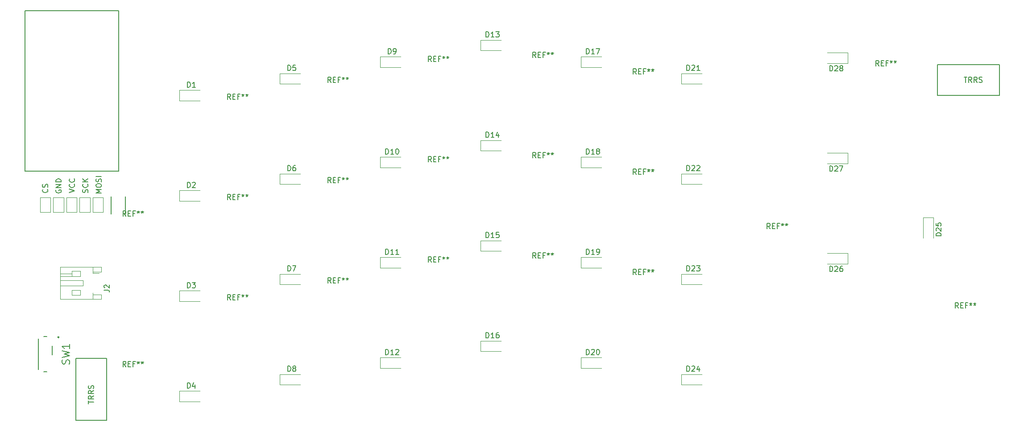
<source format=gbr>
%TF.GenerationSoftware,KiCad,Pcbnew,7.0.7*%
%TF.CreationDate,2024-02-04T16:52:20-05:00*%
%TF.ProjectId,garden,67617264-656e-42e6-9b69-6361645f7063,rev?*%
%TF.SameCoordinates,Original*%
%TF.FileFunction,Legend,Top*%
%TF.FilePolarity,Positive*%
%FSLAX46Y46*%
G04 Gerber Fmt 4.6, Leading zero omitted, Abs format (unit mm)*
G04 Created by KiCad (PCBNEW 7.0.7) date 2024-02-04 16:52:20*
%MOMM*%
%LPD*%
G01*
G04 APERTURE LIST*
%ADD10C,0.150000*%
%ADD11C,0.120000*%
%ADD12C,0.152400*%
%ADD13C,0.127000*%
%ADD14C,0.250000*%
G04 APERTURE END LIST*
D10*
X161385416Y-81692319D02*
X161052083Y-81216128D01*
X160813988Y-81692319D02*
X160813988Y-80692319D01*
X160813988Y-80692319D02*
X161194940Y-80692319D01*
X161194940Y-80692319D02*
X161290178Y-80739938D01*
X161290178Y-80739938D02*
X161337797Y-80787557D01*
X161337797Y-80787557D02*
X161385416Y-80882795D01*
X161385416Y-80882795D02*
X161385416Y-81025652D01*
X161385416Y-81025652D02*
X161337797Y-81120890D01*
X161337797Y-81120890D02*
X161290178Y-81168509D01*
X161290178Y-81168509D02*
X161194940Y-81216128D01*
X161194940Y-81216128D02*
X160813988Y-81216128D01*
X161813988Y-81168509D02*
X162147321Y-81168509D01*
X162290178Y-81692319D02*
X161813988Y-81692319D01*
X161813988Y-81692319D02*
X161813988Y-80692319D01*
X161813988Y-80692319D02*
X162290178Y-80692319D01*
X163052083Y-81168509D02*
X162718750Y-81168509D01*
X162718750Y-81692319D02*
X162718750Y-80692319D01*
X162718750Y-80692319D02*
X163194940Y-80692319D01*
X163718750Y-80692319D02*
X163718750Y-80930414D01*
X163480655Y-80835176D02*
X163718750Y-80930414D01*
X163718750Y-80930414D02*
X163956845Y-80835176D01*
X163575893Y-81120890D02*
X163718750Y-80930414D01*
X163718750Y-80930414D02*
X163861607Y-81120890D01*
X164480655Y-80692319D02*
X164480655Y-80930414D01*
X164242560Y-80835176D02*
X164480655Y-80930414D01*
X164480655Y-80930414D02*
X164718750Y-80835176D01*
X164337798Y-81120890D02*
X164480655Y-80930414D01*
X164480655Y-80930414D02*
X164623512Y-81120890D01*
X172679464Y-51730823D02*
X172679464Y-50730823D01*
X172679464Y-50730823D02*
X172917559Y-50730823D01*
X172917559Y-50730823D02*
X173060416Y-50778442D01*
X173060416Y-50778442D02*
X173155654Y-50873680D01*
X173155654Y-50873680D02*
X173203273Y-50968918D01*
X173203273Y-50968918D02*
X173250892Y-51159394D01*
X173250892Y-51159394D02*
X173250892Y-51302251D01*
X173250892Y-51302251D02*
X173203273Y-51492727D01*
X173203273Y-51492727D02*
X173155654Y-51587965D01*
X173155654Y-51587965D02*
X173060416Y-51683204D01*
X173060416Y-51683204D02*
X172917559Y-51730823D01*
X172917559Y-51730823D02*
X172679464Y-51730823D01*
X173631845Y-50826061D02*
X173679464Y-50778442D01*
X173679464Y-50778442D02*
X173774702Y-50730823D01*
X173774702Y-50730823D02*
X174012797Y-50730823D01*
X174012797Y-50730823D02*
X174108035Y-50778442D01*
X174108035Y-50778442D02*
X174155654Y-50826061D01*
X174155654Y-50826061D02*
X174203273Y-50921299D01*
X174203273Y-50921299D02*
X174203273Y-51016537D01*
X174203273Y-51016537D02*
X174155654Y-51159394D01*
X174155654Y-51159394D02*
X173584226Y-51730823D01*
X173584226Y-51730823D02*
X174203273Y-51730823D01*
X174774702Y-51159394D02*
X174679464Y-51111775D01*
X174679464Y-51111775D02*
X174631845Y-51064156D01*
X174631845Y-51064156D02*
X174584226Y-50968918D01*
X174584226Y-50968918D02*
X174584226Y-50921299D01*
X174584226Y-50921299D02*
X174631845Y-50826061D01*
X174631845Y-50826061D02*
X174679464Y-50778442D01*
X174679464Y-50778442D02*
X174774702Y-50730823D01*
X174774702Y-50730823D02*
X174965178Y-50730823D01*
X174965178Y-50730823D02*
X175060416Y-50778442D01*
X175060416Y-50778442D02*
X175108035Y-50826061D01*
X175108035Y-50826061D02*
X175155654Y-50921299D01*
X175155654Y-50921299D02*
X175155654Y-50968918D01*
X175155654Y-50968918D02*
X175108035Y-51064156D01*
X175108035Y-51064156D02*
X175060416Y-51111775D01*
X175060416Y-51111775D02*
X174965178Y-51159394D01*
X174965178Y-51159394D02*
X174774702Y-51159394D01*
X174774702Y-51159394D02*
X174679464Y-51207013D01*
X174679464Y-51207013D02*
X174631845Y-51254632D01*
X174631845Y-51254632D02*
X174584226Y-51349870D01*
X174584226Y-51349870D02*
X174584226Y-51540346D01*
X174584226Y-51540346D02*
X174631845Y-51635584D01*
X174631845Y-51635584D02*
X174679464Y-51683204D01*
X174679464Y-51683204D02*
X174774702Y-51730823D01*
X174774702Y-51730823D02*
X174965178Y-51730823D01*
X174965178Y-51730823D02*
X175060416Y-51683204D01*
X175060416Y-51683204D02*
X175108035Y-51635584D01*
X175108035Y-51635584D02*
X175155654Y-51540346D01*
X175155654Y-51540346D02*
X175155654Y-51349870D01*
X175155654Y-51349870D02*
X175108035Y-51254632D01*
X175108035Y-51254632D02*
X175060416Y-51207013D01*
X175060416Y-51207013D02*
X174965178Y-51159394D01*
X50793155Y-92911069D02*
X50793155Y-91911069D01*
X50793155Y-91911069D02*
X51031250Y-91911069D01*
X51031250Y-91911069D02*
X51174107Y-91958688D01*
X51174107Y-91958688D02*
X51269345Y-92053926D01*
X51269345Y-92053926D02*
X51316964Y-92149164D01*
X51316964Y-92149164D02*
X51364583Y-92339640D01*
X51364583Y-92339640D02*
X51364583Y-92482497D01*
X51364583Y-92482497D02*
X51316964Y-92672973D01*
X51316964Y-92672973D02*
X51269345Y-92768211D01*
X51269345Y-92768211D02*
X51174107Y-92863450D01*
X51174107Y-92863450D02*
X51031250Y-92911069D01*
X51031250Y-92911069D02*
X50793155Y-92911069D01*
X51697917Y-91911069D02*
X52316964Y-91911069D01*
X52316964Y-91911069D02*
X51983631Y-92292021D01*
X51983631Y-92292021D02*
X52126488Y-92292021D01*
X52126488Y-92292021D02*
X52221726Y-92339640D01*
X52221726Y-92339640D02*
X52269345Y-92387259D01*
X52269345Y-92387259D02*
X52316964Y-92482497D01*
X52316964Y-92482497D02*
X52316964Y-92720592D01*
X52316964Y-92720592D02*
X52269345Y-92815830D01*
X52269345Y-92815830D02*
X52221726Y-92863450D01*
X52221726Y-92863450D02*
X52126488Y-92911069D01*
X52126488Y-92911069D02*
X51840774Y-92911069D01*
X51840774Y-92911069D02*
X51745536Y-92863450D01*
X51745536Y-92863450D02*
X51697917Y-92815830D01*
X116935416Y-87248569D02*
X116602083Y-86772378D01*
X116363988Y-87248569D02*
X116363988Y-86248569D01*
X116363988Y-86248569D02*
X116744940Y-86248569D01*
X116744940Y-86248569D02*
X116840178Y-86296188D01*
X116840178Y-86296188D02*
X116887797Y-86343807D01*
X116887797Y-86343807D02*
X116935416Y-86439045D01*
X116935416Y-86439045D02*
X116935416Y-86581902D01*
X116935416Y-86581902D02*
X116887797Y-86677140D01*
X116887797Y-86677140D02*
X116840178Y-86724759D01*
X116840178Y-86724759D02*
X116744940Y-86772378D01*
X116744940Y-86772378D02*
X116363988Y-86772378D01*
X117363988Y-86724759D02*
X117697321Y-86724759D01*
X117840178Y-87248569D02*
X117363988Y-87248569D01*
X117363988Y-87248569D02*
X117363988Y-86248569D01*
X117363988Y-86248569D02*
X117840178Y-86248569D01*
X118602083Y-86724759D02*
X118268750Y-86724759D01*
X118268750Y-87248569D02*
X118268750Y-86248569D01*
X118268750Y-86248569D02*
X118744940Y-86248569D01*
X119268750Y-86248569D02*
X119268750Y-86486664D01*
X119030655Y-86391426D02*
X119268750Y-86486664D01*
X119268750Y-86486664D02*
X119506845Y-86391426D01*
X119125893Y-86677140D02*
X119268750Y-86486664D01*
X119268750Y-86486664D02*
X119411607Y-86677140D01*
X120030655Y-86248569D02*
X120030655Y-86486664D01*
X119792560Y-86391426D02*
X120030655Y-86486664D01*
X120030655Y-86486664D02*
X120268750Y-86391426D01*
X119887798Y-86677140D02*
X120030655Y-86486664D01*
X120030655Y-86486664D02*
X120173512Y-86677140D01*
X107466964Y-45286069D02*
X107466964Y-44286069D01*
X107466964Y-44286069D02*
X107705059Y-44286069D01*
X107705059Y-44286069D02*
X107847916Y-44333688D01*
X107847916Y-44333688D02*
X107943154Y-44428926D01*
X107943154Y-44428926D02*
X107990773Y-44524164D01*
X107990773Y-44524164D02*
X108038392Y-44714640D01*
X108038392Y-44714640D02*
X108038392Y-44857497D01*
X108038392Y-44857497D02*
X107990773Y-45047973D01*
X107990773Y-45047973D02*
X107943154Y-45143211D01*
X107943154Y-45143211D02*
X107847916Y-45238450D01*
X107847916Y-45238450D02*
X107705059Y-45286069D01*
X107705059Y-45286069D02*
X107466964Y-45286069D01*
X108990773Y-45286069D02*
X108419345Y-45286069D01*
X108705059Y-45286069D02*
X108705059Y-44286069D01*
X108705059Y-44286069D02*
X108609821Y-44428926D01*
X108609821Y-44428926D02*
X108514583Y-44524164D01*
X108514583Y-44524164D02*
X108419345Y-44571783D01*
X109324107Y-44286069D02*
X109943154Y-44286069D01*
X109943154Y-44286069D02*
X109609821Y-44667021D01*
X109609821Y-44667021D02*
X109752678Y-44667021D01*
X109752678Y-44667021D02*
X109847916Y-44714640D01*
X109847916Y-44714640D02*
X109895535Y-44762259D01*
X109895535Y-44762259D02*
X109943154Y-44857497D01*
X109943154Y-44857497D02*
X109943154Y-45095592D01*
X109943154Y-45095592D02*
X109895535Y-45190830D01*
X109895535Y-45190830D02*
X109847916Y-45238450D01*
X109847916Y-45238450D02*
X109752678Y-45286069D01*
X109752678Y-45286069D02*
X109466964Y-45286069D01*
X109466964Y-45286069D02*
X109371726Y-45238450D01*
X109371726Y-45238450D02*
X109324107Y-45190830D01*
X58991666Y-76136069D02*
X58658333Y-75659878D01*
X58420238Y-76136069D02*
X58420238Y-75136069D01*
X58420238Y-75136069D02*
X58801190Y-75136069D01*
X58801190Y-75136069D02*
X58896428Y-75183688D01*
X58896428Y-75183688D02*
X58944047Y-75231307D01*
X58944047Y-75231307D02*
X58991666Y-75326545D01*
X58991666Y-75326545D02*
X58991666Y-75469402D01*
X58991666Y-75469402D02*
X58944047Y-75564640D01*
X58944047Y-75564640D02*
X58896428Y-75612259D01*
X58896428Y-75612259D02*
X58801190Y-75659878D01*
X58801190Y-75659878D02*
X58420238Y-75659878D01*
X59420238Y-75612259D02*
X59753571Y-75612259D01*
X59896428Y-76136069D02*
X59420238Y-76136069D01*
X59420238Y-76136069D02*
X59420238Y-75136069D01*
X59420238Y-75136069D02*
X59896428Y-75136069D01*
X60658333Y-75612259D02*
X60325000Y-75612259D01*
X60325000Y-76136069D02*
X60325000Y-75136069D01*
X60325000Y-75136069D02*
X60801190Y-75136069D01*
X61325000Y-75136069D02*
X61325000Y-75374164D01*
X61086905Y-75278926D02*
X61325000Y-75374164D01*
X61325000Y-75374164D02*
X61563095Y-75278926D01*
X61182143Y-75564640D02*
X61325000Y-75374164D01*
X61325000Y-75374164D02*
X61467857Y-75564640D01*
X62086905Y-75136069D02*
X62086905Y-75374164D01*
X61848810Y-75278926D02*
X62086905Y-75374164D01*
X62086905Y-75374164D02*
X62325000Y-75278926D01*
X61944048Y-75564640D02*
X62086905Y-75374164D01*
X62086905Y-75374164D02*
X62229762Y-75564640D01*
X172679464Y-70780823D02*
X172679464Y-69780823D01*
X172679464Y-69780823D02*
X172917559Y-69780823D01*
X172917559Y-69780823D02*
X173060416Y-69828442D01*
X173060416Y-69828442D02*
X173155654Y-69923680D01*
X173155654Y-69923680D02*
X173203273Y-70018918D01*
X173203273Y-70018918D02*
X173250892Y-70209394D01*
X173250892Y-70209394D02*
X173250892Y-70352251D01*
X173250892Y-70352251D02*
X173203273Y-70542727D01*
X173203273Y-70542727D02*
X173155654Y-70637965D01*
X173155654Y-70637965D02*
X173060416Y-70733204D01*
X173060416Y-70733204D02*
X172917559Y-70780823D01*
X172917559Y-70780823D02*
X172679464Y-70780823D01*
X173631845Y-69876061D02*
X173679464Y-69828442D01*
X173679464Y-69828442D02*
X173774702Y-69780823D01*
X173774702Y-69780823D02*
X174012797Y-69780823D01*
X174012797Y-69780823D02*
X174108035Y-69828442D01*
X174108035Y-69828442D02*
X174155654Y-69876061D01*
X174155654Y-69876061D02*
X174203273Y-69971299D01*
X174203273Y-69971299D02*
X174203273Y-70066537D01*
X174203273Y-70066537D02*
X174155654Y-70209394D01*
X174155654Y-70209394D02*
X173584226Y-70780823D01*
X173584226Y-70780823D02*
X174203273Y-70780823D01*
X174536607Y-69780823D02*
X175203273Y-69780823D01*
X175203273Y-69780823D02*
X174774702Y-70780823D01*
X39147916Y-79311069D02*
X38814583Y-78834878D01*
X38576488Y-79311069D02*
X38576488Y-78311069D01*
X38576488Y-78311069D02*
X38957440Y-78311069D01*
X38957440Y-78311069D02*
X39052678Y-78358688D01*
X39052678Y-78358688D02*
X39100297Y-78406307D01*
X39100297Y-78406307D02*
X39147916Y-78501545D01*
X39147916Y-78501545D02*
X39147916Y-78644402D01*
X39147916Y-78644402D02*
X39100297Y-78739640D01*
X39100297Y-78739640D02*
X39052678Y-78787259D01*
X39052678Y-78787259D02*
X38957440Y-78834878D01*
X38957440Y-78834878D02*
X38576488Y-78834878D01*
X39576488Y-78787259D02*
X39909821Y-78787259D01*
X40052678Y-79311069D02*
X39576488Y-79311069D01*
X39576488Y-79311069D02*
X39576488Y-78311069D01*
X39576488Y-78311069D02*
X40052678Y-78311069D01*
X40814583Y-78787259D02*
X40481250Y-78787259D01*
X40481250Y-79311069D02*
X40481250Y-78311069D01*
X40481250Y-78311069D02*
X40957440Y-78311069D01*
X41481250Y-78311069D02*
X41481250Y-78549164D01*
X41243155Y-78453926D02*
X41481250Y-78549164D01*
X41481250Y-78549164D02*
X41719345Y-78453926D01*
X41338393Y-78739640D02*
X41481250Y-78549164D01*
X41481250Y-78549164D02*
X41624107Y-78739640D01*
X42243155Y-78311069D02*
X42243155Y-78549164D01*
X42005060Y-78453926D02*
X42243155Y-78549164D01*
X42243155Y-78549164D02*
X42481250Y-78453926D01*
X42100298Y-78739640D02*
X42243155Y-78549164D01*
X42243155Y-78549164D02*
X42386012Y-78739640D01*
X135985416Y-90423569D02*
X135652083Y-89947378D01*
X135413988Y-90423569D02*
X135413988Y-89423569D01*
X135413988Y-89423569D02*
X135794940Y-89423569D01*
X135794940Y-89423569D02*
X135890178Y-89471188D01*
X135890178Y-89471188D02*
X135937797Y-89518807D01*
X135937797Y-89518807D02*
X135985416Y-89614045D01*
X135985416Y-89614045D02*
X135985416Y-89756902D01*
X135985416Y-89756902D02*
X135937797Y-89852140D01*
X135937797Y-89852140D02*
X135890178Y-89899759D01*
X135890178Y-89899759D02*
X135794940Y-89947378D01*
X135794940Y-89947378D02*
X135413988Y-89947378D01*
X136413988Y-89899759D02*
X136747321Y-89899759D01*
X136890178Y-90423569D02*
X136413988Y-90423569D01*
X136413988Y-90423569D02*
X136413988Y-89423569D01*
X136413988Y-89423569D02*
X136890178Y-89423569D01*
X137652083Y-89899759D02*
X137318750Y-89899759D01*
X137318750Y-90423569D02*
X137318750Y-89423569D01*
X137318750Y-89423569D02*
X137794940Y-89423569D01*
X138318750Y-89423569D02*
X138318750Y-89661664D01*
X138080655Y-89566426D02*
X138318750Y-89661664D01*
X138318750Y-89661664D02*
X138556845Y-89566426D01*
X138175893Y-89852140D02*
X138318750Y-89661664D01*
X138318750Y-89661664D02*
X138461607Y-89852140D01*
X139080655Y-89423569D02*
X139080655Y-89661664D01*
X138842560Y-89566426D02*
X139080655Y-89661664D01*
X139080655Y-89661664D02*
X139318750Y-89566426D01*
X138937798Y-89852140D02*
X139080655Y-89661664D01*
X139080655Y-89661664D02*
X139223512Y-89852140D01*
X107466964Y-64336069D02*
X107466964Y-63336069D01*
X107466964Y-63336069D02*
X107705059Y-63336069D01*
X107705059Y-63336069D02*
X107847916Y-63383688D01*
X107847916Y-63383688D02*
X107943154Y-63478926D01*
X107943154Y-63478926D02*
X107990773Y-63574164D01*
X107990773Y-63574164D02*
X108038392Y-63764640D01*
X108038392Y-63764640D02*
X108038392Y-63907497D01*
X108038392Y-63907497D02*
X107990773Y-64097973D01*
X107990773Y-64097973D02*
X107943154Y-64193211D01*
X107943154Y-64193211D02*
X107847916Y-64288450D01*
X107847916Y-64288450D02*
X107705059Y-64336069D01*
X107705059Y-64336069D02*
X107466964Y-64336069D01*
X108990773Y-64336069D02*
X108419345Y-64336069D01*
X108705059Y-64336069D02*
X108705059Y-63336069D01*
X108705059Y-63336069D02*
X108609821Y-63478926D01*
X108609821Y-63478926D02*
X108514583Y-63574164D01*
X108514583Y-63574164D02*
X108419345Y-63621783D01*
X109847916Y-63669402D02*
X109847916Y-64336069D01*
X109609821Y-63288450D02*
X109371726Y-64002735D01*
X109371726Y-64002735D02*
X109990773Y-64002735D01*
X69843155Y-70686069D02*
X69843155Y-69686069D01*
X69843155Y-69686069D02*
X70081250Y-69686069D01*
X70081250Y-69686069D02*
X70224107Y-69733688D01*
X70224107Y-69733688D02*
X70319345Y-69828926D01*
X70319345Y-69828926D02*
X70366964Y-69924164D01*
X70366964Y-69924164D02*
X70414583Y-70114640D01*
X70414583Y-70114640D02*
X70414583Y-70257497D01*
X70414583Y-70257497D02*
X70366964Y-70447973D01*
X70366964Y-70447973D02*
X70319345Y-70543211D01*
X70319345Y-70543211D02*
X70224107Y-70638450D01*
X70224107Y-70638450D02*
X70081250Y-70686069D01*
X70081250Y-70686069D02*
X69843155Y-70686069D01*
X71271726Y-69686069D02*
X71081250Y-69686069D01*
X71081250Y-69686069D02*
X70986012Y-69733688D01*
X70986012Y-69733688D02*
X70938393Y-69781307D01*
X70938393Y-69781307D02*
X70843155Y-69924164D01*
X70843155Y-69924164D02*
X70795536Y-70114640D01*
X70795536Y-70114640D02*
X70795536Y-70495592D01*
X70795536Y-70495592D02*
X70843155Y-70590830D01*
X70843155Y-70590830D02*
X70890774Y-70638450D01*
X70890774Y-70638450D02*
X70986012Y-70686069D01*
X70986012Y-70686069D02*
X71176488Y-70686069D01*
X71176488Y-70686069D02*
X71271726Y-70638450D01*
X71271726Y-70638450D02*
X71319345Y-70590830D01*
X71319345Y-70590830D02*
X71366964Y-70495592D01*
X71366964Y-70495592D02*
X71366964Y-70257497D01*
X71366964Y-70257497D02*
X71319345Y-70162259D01*
X71319345Y-70162259D02*
X71271726Y-70114640D01*
X71271726Y-70114640D02*
X71176488Y-70067021D01*
X71176488Y-70067021D02*
X70986012Y-70067021D01*
X70986012Y-70067021D02*
X70890774Y-70114640D01*
X70890774Y-70114640D02*
X70843155Y-70162259D01*
X70843155Y-70162259D02*
X70795536Y-70257497D01*
X78041666Y-92011069D02*
X77708333Y-91534878D01*
X77470238Y-92011069D02*
X77470238Y-91011069D01*
X77470238Y-91011069D02*
X77851190Y-91011069D01*
X77851190Y-91011069D02*
X77946428Y-91058688D01*
X77946428Y-91058688D02*
X77994047Y-91106307D01*
X77994047Y-91106307D02*
X78041666Y-91201545D01*
X78041666Y-91201545D02*
X78041666Y-91344402D01*
X78041666Y-91344402D02*
X77994047Y-91439640D01*
X77994047Y-91439640D02*
X77946428Y-91487259D01*
X77946428Y-91487259D02*
X77851190Y-91534878D01*
X77851190Y-91534878D02*
X77470238Y-91534878D01*
X78470238Y-91487259D02*
X78803571Y-91487259D01*
X78946428Y-92011069D02*
X78470238Y-92011069D01*
X78470238Y-92011069D02*
X78470238Y-91011069D01*
X78470238Y-91011069D02*
X78946428Y-91011069D01*
X79708333Y-91487259D02*
X79375000Y-91487259D01*
X79375000Y-92011069D02*
X79375000Y-91011069D01*
X79375000Y-91011069D02*
X79851190Y-91011069D01*
X80375000Y-91011069D02*
X80375000Y-91249164D01*
X80136905Y-91153926D02*
X80375000Y-91249164D01*
X80375000Y-91249164D02*
X80613095Y-91153926D01*
X80232143Y-91439640D02*
X80375000Y-91249164D01*
X80375000Y-91249164D02*
X80517857Y-91439640D01*
X81136905Y-91011069D02*
X81136905Y-91249164D01*
X80898810Y-91153926D02*
X81136905Y-91249164D01*
X81136905Y-91249164D02*
X81375000Y-91153926D01*
X80994048Y-91439640D02*
X81136905Y-91249164D01*
X81136905Y-91249164D02*
X81279762Y-91439640D01*
X97091666Y-88042319D02*
X96758333Y-87566128D01*
X96520238Y-88042319D02*
X96520238Y-87042319D01*
X96520238Y-87042319D02*
X96901190Y-87042319D01*
X96901190Y-87042319D02*
X96996428Y-87089938D01*
X96996428Y-87089938D02*
X97044047Y-87137557D01*
X97044047Y-87137557D02*
X97091666Y-87232795D01*
X97091666Y-87232795D02*
X97091666Y-87375652D01*
X97091666Y-87375652D02*
X97044047Y-87470890D01*
X97044047Y-87470890D02*
X96996428Y-87518509D01*
X96996428Y-87518509D02*
X96901190Y-87566128D01*
X96901190Y-87566128D02*
X96520238Y-87566128D01*
X97520238Y-87518509D02*
X97853571Y-87518509D01*
X97996428Y-88042319D02*
X97520238Y-88042319D01*
X97520238Y-88042319D02*
X97520238Y-87042319D01*
X97520238Y-87042319D02*
X97996428Y-87042319D01*
X98758333Y-87518509D02*
X98425000Y-87518509D01*
X98425000Y-88042319D02*
X98425000Y-87042319D01*
X98425000Y-87042319D02*
X98901190Y-87042319D01*
X99425000Y-87042319D02*
X99425000Y-87280414D01*
X99186905Y-87185176D02*
X99425000Y-87280414D01*
X99425000Y-87280414D02*
X99663095Y-87185176D01*
X99282143Y-87470890D02*
X99425000Y-87280414D01*
X99425000Y-87280414D02*
X99567857Y-87470890D01*
X100186905Y-87042319D02*
X100186905Y-87280414D01*
X99948810Y-87185176D02*
X100186905Y-87280414D01*
X100186905Y-87280414D02*
X100425000Y-87185176D01*
X100044048Y-87470890D02*
X100186905Y-87280414D01*
X100186905Y-87280414D02*
X100329762Y-87470890D01*
X78041666Y-72961069D02*
X77708333Y-72484878D01*
X77470238Y-72961069D02*
X77470238Y-71961069D01*
X77470238Y-71961069D02*
X77851190Y-71961069D01*
X77851190Y-71961069D02*
X77946428Y-72008688D01*
X77946428Y-72008688D02*
X77994047Y-72056307D01*
X77994047Y-72056307D02*
X78041666Y-72151545D01*
X78041666Y-72151545D02*
X78041666Y-72294402D01*
X78041666Y-72294402D02*
X77994047Y-72389640D01*
X77994047Y-72389640D02*
X77946428Y-72437259D01*
X77946428Y-72437259D02*
X77851190Y-72484878D01*
X77851190Y-72484878D02*
X77470238Y-72484878D01*
X78470238Y-72437259D02*
X78803571Y-72437259D01*
X78946428Y-72961069D02*
X78470238Y-72961069D01*
X78470238Y-72961069D02*
X78470238Y-71961069D01*
X78470238Y-71961069D02*
X78946428Y-71961069D01*
X79708333Y-72437259D02*
X79375000Y-72437259D01*
X79375000Y-72961069D02*
X79375000Y-71961069D01*
X79375000Y-71961069D02*
X79851190Y-71961069D01*
X80375000Y-71961069D02*
X80375000Y-72199164D01*
X80136905Y-72103926D02*
X80375000Y-72199164D01*
X80375000Y-72199164D02*
X80613095Y-72103926D01*
X80232143Y-72389640D02*
X80375000Y-72199164D01*
X80375000Y-72199164D02*
X80517857Y-72389640D01*
X81136905Y-71961069D02*
X81136905Y-72199164D01*
X80898810Y-72103926D02*
X81136905Y-72199164D01*
X81136905Y-72199164D02*
X81375000Y-72103926D01*
X80994048Y-72389640D02*
X81136905Y-72199164D01*
X81136905Y-72199164D02*
X81279762Y-72389640D01*
X126516964Y-48461069D02*
X126516964Y-47461069D01*
X126516964Y-47461069D02*
X126755059Y-47461069D01*
X126755059Y-47461069D02*
X126897916Y-47508688D01*
X126897916Y-47508688D02*
X126993154Y-47603926D01*
X126993154Y-47603926D02*
X127040773Y-47699164D01*
X127040773Y-47699164D02*
X127088392Y-47889640D01*
X127088392Y-47889640D02*
X127088392Y-48032497D01*
X127088392Y-48032497D02*
X127040773Y-48222973D01*
X127040773Y-48222973D02*
X126993154Y-48318211D01*
X126993154Y-48318211D02*
X126897916Y-48413450D01*
X126897916Y-48413450D02*
X126755059Y-48461069D01*
X126755059Y-48461069D02*
X126516964Y-48461069D01*
X128040773Y-48461069D02*
X127469345Y-48461069D01*
X127755059Y-48461069D02*
X127755059Y-47461069D01*
X127755059Y-47461069D02*
X127659821Y-47603926D01*
X127659821Y-47603926D02*
X127564583Y-47699164D01*
X127564583Y-47699164D02*
X127469345Y-47746783D01*
X128374107Y-47461069D02*
X129040773Y-47461069D01*
X129040773Y-47461069D02*
X128612202Y-48461069D01*
X135985416Y-71373569D02*
X135652083Y-70897378D01*
X135413988Y-71373569D02*
X135413988Y-70373569D01*
X135413988Y-70373569D02*
X135794940Y-70373569D01*
X135794940Y-70373569D02*
X135890178Y-70421188D01*
X135890178Y-70421188D02*
X135937797Y-70468807D01*
X135937797Y-70468807D02*
X135985416Y-70564045D01*
X135985416Y-70564045D02*
X135985416Y-70706902D01*
X135985416Y-70706902D02*
X135937797Y-70802140D01*
X135937797Y-70802140D02*
X135890178Y-70849759D01*
X135890178Y-70849759D02*
X135794940Y-70897378D01*
X135794940Y-70897378D02*
X135413988Y-70897378D01*
X136413988Y-70849759D02*
X136747321Y-70849759D01*
X136890178Y-71373569D02*
X136413988Y-71373569D01*
X136413988Y-71373569D02*
X136413988Y-70373569D01*
X136413988Y-70373569D02*
X136890178Y-70373569D01*
X137652083Y-70849759D02*
X137318750Y-70849759D01*
X137318750Y-71373569D02*
X137318750Y-70373569D01*
X137318750Y-70373569D02*
X137794940Y-70373569D01*
X138318750Y-70373569D02*
X138318750Y-70611664D01*
X138080655Y-70516426D02*
X138318750Y-70611664D01*
X138318750Y-70611664D02*
X138556845Y-70516426D01*
X138175893Y-70802140D02*
X138318750Y-70611664D01*
X138318750Y-70611664D02*
X138461607Y-70802140D01*
X139080655Y-70373569D02*
X139080655Y-70611664D01*
X138842560Y-70516426D02*
X139080655Y-70611664D01*
X139080655Y-70611664D02*
X139318750Y-70516426D01*
X138937798Y-70802140D02*
X139080655Y-70611664D01*
X139080655Y-70611664D02*
X139223512Y-70802140D01*
X145566964Y-108786069D02*
X145566964Y-107786069D01*
X145566964Y-107786069D02*
X145805059Y-107786069D01*
X145805059Y-107786069D02*
X145947916Y-107833688D01*
X145947916Y-107833688D02*
X146043154Y-107928926D01*
X146043154Y-107928926D02*
X146090773Y-108024164D01*
X146090773Y-108024164D02*
X146138392Y-108214640D01*
X146138392Y-108214640D02*
X146138392Y-108357497D01*
X146138392Y-108357497D02*
X146090773Y-108547973D01*
X146090773Y-108547973D02*
X146043154Y-108643211D01*
X146043154Y-108643211D02*
X145947916Y-108738450D01*
X145947916Y-108738450D02*
X145805059Y-108786069D01*
X145805059Y-108786069D02*
X145566964Y-108786069D01*
X146519345Y-107881307D02*
X146566964Y-107833688D01*
X146566964Y-107833688D02*
X146662202Y-107786069D01*
X146662202Y-107786069D02*
X146900297Y-107786069D01*
X146900297Y-107786069D02*
X146995535Y-107833688D01*
X146995535Y-107833688D02*
X147043154Y-107881307D01*
X147043154Y-107881307D02*
X147090773Y-107976545D01*
X147090773Y-107976545D02*
X147090773Y-108071783D01*
X147090773Y-108071783D02*
X147043154Y-108214640D01*
X147043154Y-108214640D02*
X146471726Y-108786069D01*
X146471726Y-108786069D02*
X147090773Y-108786069D01*
X147947916Y-108119402D02*
X147947916Y-108786069D01*
X147709821Y-107738450D02*
X147471726Y-108452735D01*
X147471726Y-108452735D02*
X148090773Y-108452735D01*
X31998569Y-114925654D02*
X31998569Y-114354226D01*
X32998569Y-114639940D02*
X31998569Y-114639940D01*
X32998569Y-113449464D02*
X32522378Y-113782797D01*
X32998569Y-114020892D02*
X31998569Y-114020892D01*
X31998569Y-114020892D02*
X31998569Y-113639940D01*
X31998569Y-113639940D02*
X32046188Y-113544702D01*
X32046188Y-113544702D02*
X32093807Y-113497083D01*
X32093807Y-113497083D02*
X32189045Y-113449464D01*
X32189045Y-113449464D02*
X32331902Y-113449464D01*
X32331902Y-113449464D02*
X32427140Y-113497083D01*
X32427140Y-113497083D02*
X32474759Y-113544702D01*
X32474759Y-113544702D02*
X32522378Y-113639940D01*
X32522378Y-113639940D02*
X32522378Y-114020892D01*
X32998569Y-112449464D02*
X32522378Y-112782797D01*
X32998569Y-113020892D02*
X31998569Y-113020892D01*
X31998569Y-113020892D02*
X31998569Y-112639940D01*
X31998569Y-112639940D02*
X32046188Y-112544702D01*
X32046188Y-112544702D02*
X32093807Y-112497083D01*
X32093807Y-112497083D02*
X32189045Y-112449464D01*
X32189045Y-112449464D02*
X32331902Y-112449464D01*
X32331902Y-112449464D02*
X32427140Y-112497083D01*
X32427140Y-112497083D02*
X32474759Y-112544702D01*
X32474759Y-112544702D02*
X32522378Y-112639940D01*
X32522378Y-112639940D02*
X32522378Y-113020892D01*
X32950950Y-112068511D02*
X32998569Y-111925654D01*
X32998569Y-111925654D02*
X32998569Y-111687559D01*
X32998569Y-111687559D02*
X32950950Y-111592321D01*
X32950950Y-111592321D02*
X32903330Y-111544702D01*
X32903330Y-111544702D02*
X32808092Y-111497083D01*
X32808092Y-111497083D02*
X32712854Y-111497083D01*
X32712854Y-111497083D02*
X32617616Y-111544702D01*
X32617616Y-111544702D02*
X32569997Y-111592321D01*
X32569997Y-111592321D02*
X32522378Y-111687559D01*
X32522378Y-111687559D02*
X32474759Y-111878035D01*
X32474759Y-111878035D02*
X32427140Y-111973273D01*
X32427140Y-111973273D02*
X32379521Y-112020892D01*
X32379521Y-112020892D02*
X32284283Y-112068511D01*
X32284283Y-112068511D02*
X32189045Y-112068511D01*
X32189045Y-112068511D02*
X32093807Y-112020892D01*
X32093807Y-112020892D02*
X32046188Y-111973273D01*
X32046188Y-111973273D02*
X31998569Y-111878035D01*
X31998569Y-111878035D02*
X31998569Y-111639940D01*
X31998569Y-111639940D02*
X32046188Y-111497083D01*
X145566964Y-51636069D02*
X145566964Y-50636069D01*
X145566964Y-50636069D02*
X145805059Y-50636069D01*
X145805059Y-50636069D02*
X145947916Y-50683688D01*
X145947916Y-50683688D02*
X146043154Y-50778926D01*
X146043154Y-50778926D02*
X146090773Y-50874164D01*
X146090773Y-50874164D02*
X146138392Y-51064640D01*
X146138392Y-51064640D02*
X146138392Y-51207497D01*
X146138392Y-51207497D02*
X146090773Y-51397973D01*
X146090773Y-51397973D02*
X146043154Y-51493211D01*
X146043154Y-51493211D02*
X145947916Y-51588450D01*
X145947916Y-51588450D02*
X145805059Y-51636069D01*
X145805059Y-51636069D02*
X145566964Y-51636069D01*
X146519345Y-50731307D02*
X146566964Y-50683688D01*
X146566964Y-50683688D02*
X146662202Y-50636069D01*
X146662202Y-50636069D02*
X146900297Y-50636069D01*
X146900297Y-50636069D02*
X146995535Y-50683688D01*
X146995535Y-50683688D02*
X147043154Y-50731307D01*
X147043154Y-50731307D02*
X147090773Y-50826545D01*
X147090773Y-50826545D02*
X147090773Y-50921783D01*
X147090773Y-50921783D02*
X147043154Y-51064640D01*
X147043154Y-51064640D02*
X146471726Y-51636069D01*
X146471726Y-51636069D02*
X147090773Y-51636069D01*
X148043154Y-51636069D02*
X147471726Y-51636069D01*
X147757440Y-51636069D02*
X147757440Y-50636069D01*
X147757440Y-50636069D02*
X147662202Y-50778926D01*
X147662202Y-50778926D02*
X147566964Y-50874164D01*
X147566964Y-50874164D02*
X147471726Y-50921783D01*
X58991666Y-57086069D02*
X58658333Y-56609878D01*
X58420238Y-57086069D02*
X58420238Y-56086069D01*
X58420238Y-56086069D02*
X58801190Y-56086069D01*
X58801190Y-56086069D02*
X58896428Y-56133688D01*
X58896428Y-56133688D02*
X58944047Y-56181307D01*
X58944047Y-56181307D02*
X58991666Y-56276545D01*
X58991666Y-56276545D02*
X58991666Y-56419402D01*
X58991666Y-56419402D02*
X58944047Y-56514640D01*
X58944047Y-56514640D02*
X58896428Y-56562259D01*
X58896428Y-56562259D02*
X58801190Y-56609878D01*
X58801190Y-56609878D02*
X58420238Y-56609878D01*
X59420238Y-56562259D02*
X59753571Y-56562259D01*
X59896428Y-57086069D02*
X59420238Y-57086069D01*
X59420238Y-57086069D02*
X59420238Y-56086069D01*
X59420238Y-56086069D02*
X59896428Y-56086069D01*
X60658333Y-56562259D02*
X60325000Y-56562259D01*
X60325000Y-57086069D02*
X60325000Y-56086069D01*
X60325000Y-56086069D02*
X60801190Y-56086069D01*
X61325000Y-56086069D02*
X61325000Y-56324164D01*
X61086905Y-56228926D02*
X61325000Y-56324164D01*
X61325000Y-56324164D02*
X61563095Y-56228926D01*
X61182143Y-56514640D02*
X61325000Y-56324164D01*
X61325000Y-56324164D02*
X61467857Y-56514640D01*
X62086905Y-56086069D02*
X62086905Y-56324164D01*
X61848810Y-56228926D02*
X62086905Y-56324164D01*
X62086905Y-56324164D02*
X62325000Y-56228926D01*
X61944048Y-56514640D02*
X62086905Y-56324164D01*
X62086905Y-56324164D02*
X62229762Y-56514640D01*
X197104166Y-96773569D02*
X196770833Y-96297378D01*
X196532738Y-96773569D02*
X196532738Y-95773569D01*
X196532738Y-95773569D02*
X196913690Y-95773569D01*
X196913690Y-95773569D02*
X197008928Y-95821188D01*
X197008928Y-95821188D02*
X197056547Y-95868807D01*
X197056547Y-95868807D02*
X197104166Y-95964045D01*
X197104166Y-95964045D02*
X197104166Y-96106902D01*
X197104166Y-96106902D02*
X197056547Y-96202140D01*
X197056547Y-96202140D02*
X197008928Y-96249759D01*
X197008928Y-96249759D02*
X196913690Y-96297378D01*
X196913690Y-96297378D02*
X196532738Y-96297378D01*
X197532738Y-96249759D02*
X197866071Y-96249759D01*
X198008928Y-96773569D02*
X197532738Y-96773569D01*
X197532738Y-96773569D02*
X197532738Y-95773569D01*
X197532738Y-95773569D02*
X198008928Y-95773569D01*
X198770833Y-96249759D02*
X198437500Y-96249759D01*
X198437500Y-96773569D02*
X198437500Y-95773569D01*
X198437500Y-95773569D02*
X198913690Y-95773569D01*
X199437500Y-95773569D02*
X199437500Y-96011664D01*
X199199405Y-95916426D02*
X199437500Y-96011664D01*
X199437500Y-96011664D02*
X199675595Y-95916426D01*
X199294643Y-96202140D02*
X199437500Y-96011664D01*
X199437500Y-96011664D02*
X199580357Y-96202140D01*
X200199405Y-95773569D02*
X200199405Y-96011664D01*
X199961310Y-95916426D02*
X200199405Y-96011664D01*
X200199405Y-96011664D02*
X200437500Y-95916426D01*
X200056548Y-96202140D02*
X200199405Y-96011664D01*
X200199405Y-96011664D02*
X200342262Y-96202140D01*
X193831548Y-83054514D02*
X192831548Y-83054514D01*
X192831548Y-83054514D02*
X192831548Y-82816419D01*
X192831548Y-82816419D02*
X192879167Y-82673562D01*
X192879167Y-82673562D02*
X192974405Y-82578324D01*
X192974405Y-82578324D02*
X193069643Y-82530705D01*
X193069643Y-82530705D02*
X193260119Y-82483086D01*
X193260119Y-82483086D02*
X193402976Y-82483086D01*
X193402976Y-82483086D02*
X193593452Y-82530705D01*
X193593452Y-82530705D02*
X193688690Y-82578324D01*
X193688690Y-82578324D02*
X193783929Y-82673562D01*
X193783929Y-82673562D02*
X193831548Y-82816419D01*
X193831548Y-82816419D02*
X193831548Y-83054514D01*
X192926786Y-82102133D02*
X192879167Y-82054514D01*
X192879167Y-82054514D02*
X192831548Y-81959276D01*
X192831548Y-81959276D02*
X192831548Y-81721181D01*
X192831548Y-81721181D02*
X192879167Y-81625943D01*
X192879167Y-81625943D02*
X192926786Y-81578324D01*
X192926786Y-81578324D02*
X193022024Y-81530705D01*
X193022024Y-81530705D02*
X193117262Y-81530705D01*
X193117262Y-81530705D02*
X193260119Y-81578324D01*
X193260119Y-81578324D02*
X193831548Y-82149752D01*
X193831548Y-82149752D02*
X193831548Y-81530705D01*
X192831548Y-80625943D02*
X192831548Y-81102133D01*
X192831548Y-81102133D02*
X193307738Y-81149752D01*
X193307738Y-81149752D02*
X193260119Y-81102133D01*
X193260119Y-81102133D02*
X193212500Y-81006895D01*
X193212500Y-81006895D02*
X193212500Y-80768800D01*
X193212500Y-80768800D02*
X193260119Y-80673562D01*
X193260119Y-80673562D02*
X193307738Y-80625943D01*
X193307738Y-80625943D02*
X193402976Y-80578324D01*
X193402976Y-80578324D02*
X193641071Y-80578324D01*
X193641071Y-80578324D02*
X193736309Y-80625943D01*
X193736309Y-80625943D02*
X193783929Y-80673562D01*
X193783929Y-80673562D02*
X193831548Y-80768800D01*
X193831548Y-80768800D02*
X193831548Y-81006895D01*
X193831548Y-81006895D02*
X193783929Y-81102133D01*
X193783929Y-81102133D02*
X193736309Y-81149752D01*
X50793155Y-73861069D02*
X50793155Y-72861069D01*
X50793155Y-72861069D02*
X51031250Y-72861069D01*
X51031250Y-72861069D02*
X51174107Y-72908688D01*
X51174107Y-72908688D02*
X51269345Y-73003926D01*
X51269345Y-73003926D02*
X51316964Y-73099164D01*
X51316964Y-73099164D02*
X51364583Y-73289640D01*
X51364583Y-73289640D02*
X51364583Y-73432497D01*
X51364583Y-73432497D02*
X51316964Y-73622973D01*
X51316964Y-73622973D02*
X51269345Y-73718211D01*
X51269345Y-73718211D02*
X51174107Y-73813450D01*
X51174107Y-73813450D02*
X51031250Y-73861069D01*
X51031250Y-73861069D02*
X50793155Y-73861069D01*
X51745536Y-72956307D02*
X51793155Y-72908688D01*
X51793155Y-72908688D02*
X51888393Y-72861069D01*
X51888393Y-72861069D02*
X52126488Y-72861069D01*
X52126488Y-72861069D02*
X52221726Y-72908688D01*
X52221726Y-72908688D02*
X52269345Y-72956307D01*
X52269345Y-72956307D02*
X52316964Y-73051545D01*
X52316964Y-73051545D02*
X52316964Y-73146783D01*
X52316964Y-73146783D02*
X52269345Y-73289640D01*
X52269345Y-73289640D02*
X51697917Y-73861069D01*
X51697917Y-73861069D02*
X52316964Y-73861069D01*
X69843155Y-51636069D02*
X69843155Y-50636069D01*
X69843155Y-50636069D02*
X70081250Y-50636069D01*
X70081250Y-50636069D02*
X70224107Y-50683688D01*
X70224107Y-50683688D02*
X70319345Y-50778926D01*
X70319345Y-50778926D02*
X70366964Y-50874164D01*
X70366964Y-50874164D02*
X70414583Y-51064640D01*
X70414583Y-51064640D02*
X70414583Y-51207497D01*
X70414583Y-51207497D02*
X70366964Y-51397973D01*
X70366964Y-51397973D02*
X70319345Y-51493211D01*
X70319345Y-51493211D02*
X70224107Y-51588450D01*
X70224107Y-51588450D02*
X70081250Y-51636069D01*
X70081250Y-51636069D02*
X69843155Y-51636069D01*
X71319345Y-50636069D02*
X70843155Y-50636069D01*
X70843155Y-50636069D02*
X70795536Y-51112259D01*
X70795536Y-51112259D02*
X70843155Y-51064640D01*
X70843155Y-51064640D02*
X70938393Y-51017021D01*
X70938393Y-51017021D02*
X71176488Y-51017021D01*
X71176488Y-51017021D02*
X71271726Y-51064640D01*
X71271726Y-51064640D02*
X71319345Y-51112259D01*
X71319345Y-51112259D02*
X71366964Y-51207497D01*
X71366964Y-51207497D02*
X71366964Y-51445592D01*
X71366964Y-51445592D02*
X71319345Y-51540830D01*
X71319345Y-51540830D02*
X71271726Y-51588450D01*
X71271726Y-51588450D02*
X71176488Y-51636069D01*
X71176488Y-51636069D02*
X70938393Y-51636069D01*
X70938393Y-51636069D02*
X70843155Y-51588450D01*
X70843155Y-51588450D02*
X70795536Y-51540830D01*
X126516964Y-67511069D02*
X126516964Y-66511069D01*
X126516964Y-66511069D02*
X126755059Y-66511069D01*
X126755059Y-66511069D02*
X126897916Y-66558688D01*
X126897916Y-66558688D02*
X126993154Y-66653926D01*
X126993154Y-66653926D02*
X127040773Y-66749164D01*
X127040773Y-66749164D02*
X127088392Y-66939640D01*
X127088392Y-66939640D02*
X127088392Y-67082497D01*
X127088392Y-67082497D02*
X127040773Y-67272973D01*
X127040773Y-67272973D02*
X126993154Y-67368211D01*
X126993154Y-67368211D02*
X126897916Y-67463450D01*
X126897916Y-67463450D02*
X126755059Y-67511069D01*
X126755059Y-67511069D02*
X126516964Y-67511069D01*
X128040773Y-67511069D02*
X127469345Y-67511069D01*
X127755059Y-67511069D02*
X127755059Y-66511069D01*
X127755059Y-66511069D02*
X127659821Y-66653926D01*
X127659821Y-66653926D02*
X127564583Y-66749164D01*
X127564583Y-66749164D02*
X127469345Y-66796783D01*
X128612202Y-66939640D02*
X128516964Y-66892021D01*
X128516964Y-66892021D02*
X128469345Y-66844402D01*
X128469345Y-66844402D02*
X128421726Y-66749164D01*
X128421726Y-66749164D02*
X128421726Y-66701545D01*
X128421726Y-66701545D02*
X128469345Y-66606307D01*
X128469345Y-66606307D02*
X128516964Y-66558688D01*
X128516964Y-66558688D02*
X128612202Y-66511069D01*
X128612202Y-66511069D02*
X128802678Y-66511069D01*
X128802678Y-66511069D02*
X128897916Y-66558688D01*
X128897916Y-66558688D02*
X128945535Y-66606307D01*
X128945535Y-66606307D02*
X128993154Y-66701545D01*
X128993154Y-66701545D02*
X128993154Y-66749164D01*
X128993154Y-66749164D02*
X128945535Y-66844402D01*
X128945535Y-66844402D02*
X128897916Y-66892021D01*
X128897916Y-66892021D02*
X128802678Y-66939640D01*
X128802678Y-66939640D02*
X128612202Y-66939640D01*
X128612202Y-66939640D02*
X128516964Y-66987259D01*
X128516964Y-66987259D02*
X128469345Y-67034878D01*
X128469345Y-67034878D02*
X128421726Y-67130116D01*
X128421726Y-67130116D02*
X128421726Y-67320592D01*
X128421726Y-67320592D02*
X128469345Y-67415830D01*
X128469345Y-67415830D02*
X128516964Y-67463450D01*
X128516964Y-67463450D02*
X128612202Y-67511069D01*
X128612202Y-67511069D02*
X128802678Y-67511069D01*
X128802678Y-67511069D02*
X128897916Y-67463450D01*
X128897916Y-67463450D02*
X128945535Y-67415830D01*
X128945535Y-67415830D02*
X128993154Y-67320592D01*
X128993154Y-67320592D02*
X128993154Y-67130116D01*
X128993154Y-67130116D02*
X128945535Y-67034878D01*
X128945535Y-67034878D02*
X128897916Y-66987259D01*
X128897916Y-66987259D02*
X128802678Y-66939640D01*
X135985416Y-52323569D02*
X135652083Y-51847378D01*
X135413988Y-52323569D02*
X135413988Y-51323569D01*
X135413988Y-51323569D02*
X135794940Y-51323569D01*
X135794940Y-51323569D02*
X135890178Y-51371188D01*
X135890178Y-51371188D02*
X135937797Y-51418807D01*
X135937797Y-51418807D02*
X135985416Y-51514045D01*
X135985416Y-51514045D02*
X135985416Y-51656902D01*
X135985416Y-51656902D02*
X135937797Y-51752140D01*
X135937797Y-51752140D02*
X135890178Y-51799759D01*
X135890178Y-51799759D02*
X135794940Y-51847378D01*
X135794940Y-51847378D02*
X135413988Y-51847378D01*
X136413988Y-51799759D02*
X136747321Y-51799759D01*
X136890178Y-52323569D02*
X136413988Y-52323569D01*
X136413988Y-52323569D02*
X136413988Y-51323569D01*
X136413988Y-51323569D02*
X136890178Y-51323569D01*
X137652083Y-51799759D02*
X137318750Y-51799759D01*
X137318750Y-52323569D02*
X137318750Y-51323569D01*
X137318750Y-51323569D02*
X137794940Y-51323569D01*
X138318750Y-51323569D02*
X138318750Y-51561664D01*
X138080655Y-51466426D02*
X138318750Y-51561664D01*
X138318750Y-51561664D02*
X138556845Y-51466426D01*
X138175893Y-51752140D02*
X138318750Y-51561664D01*
X138318750Y-51561664D02*
X138461607Y-51752140D01*
X139080655Y-51323569D02*
X139080655Y-51561664D01*
X138842560Y-51466426D02*
X139080655Y-51561664D01*
X139080655Y-51561664D02*
X139318750Y-51466426D01*
X138937798Y-51752140D02*
X139080655Y-51561664D01*
X139080655Y-51561664D02*
X139223512Y-51752140D01*
X172679464Y-89830823D02*
X172679464Y-88830823D01*
X172679464Y-88830823D02*
X172917559Y-88830823D01*
X172917559Y-88830823D02*
X173060416Y-88878442D01*
X173060416Y-88878442D02*
X173155654Y-88973680D01*
X173155654Y-88973680D02*
X173203273Y-89068918D01*
X173203273Y-89068918D02*
X173250892Y-89259394D01*
X173250892Y-89259394D02*
X173250892Y-89402251D01*
X173250892Y-89402251D02*
X173203273Y-89592727D01*
X173203273Y-89592727D02*
X173155654Y-89687965D01*
X173155654Y-89687965D02*
X173060416Y-89783204D01*
X173060416Y-89783204D02*
X172917559Y-89830823D01*
X172917559Y-89830823D02*
X172679464Y-89830823D01*
X173631845Y-88926061D02*
X173679464Y-88878442D01*
X173679464Y-88878442D02*
X173774702Y-88830823D01*
X173774702Y-88830823D02*
X174012797Y-88830823D01*
X174012797Y-88830823D02*
X174108035Y-88878442D01*
X174108035Y-88878442D02*
X174155654Y-88926061D01*
X174155654Y-88926061D02*
X174203273Y-89021299D01*
X174203273Y-89021299D02*
X174203273Y-89116537D01*
X174203273Y-89116537D02*
X174155654Y-89259394D01*
X174155654Y-89259394D02*
X173584226Y-89830823D01*
X173584226Y-89830823D02*
X174203273Y-89830823D01*
X175060416Y-88830823D02*
X174869940Y-88830823D01*
X174869940Y-88830823D02*
X174774702Y-88878442D01*
X174774702Y-88878442D02*
X174727083Y-88926061D01*
X174727083Y-88926061D02*
X174631845Y-89068918D01*
X174631845Y-89068918D02*
X174584226Y-89259394D01*
X174584226Y-89259394D02*
X174584226Y-89640346D01*
X174584226Y-89640346D02*
X174631845Y-89735584D01*
X174631845Y-89735584D02*
X174679464Y-89783204D01*
X174679464Y-89783204D02*
X174774702Y-89830823D01*
X174774702Y-89830823D02*
X174965178Y-89830823D01*
X174965178Y-89830823D02*
X175060416Y-89783204D01*
X175060416Y-89783204D02*
X175108035Y-89735584D01*
X175108035Y-89735584D02*
X175155654Y-89640346D01*
X175155654Y-89640346D02*
X175155654Y-89402251D01*
X175155654Y-89402251D02*
X175108035Y-89307013D01*
X175108035Y-89307013D02*
X175060416Y-89259394D01*
X175060416Y-89259394D02*
X174965178Y-89211775D01*
X174965178Y-89211775D02*
X174774702Y-89211775D01*
X174774702Y-89211775D02*
X174679464Y-89259394D01*
X174679464Y-89259394D02*
X174631845Y-89307013D01*
X174631845Y-89307013D02*
X174584226Y-89402251D01*
X97091666Y-49942319D02*
X96758333Y-49466128D01*
X96520238Y-49942319D02*
X96520238Y-48942319D01*
X96520238Y-48942319D02*
X96901190Y-48942319D01*
X96901190Y-48942319D02*
X96996428Y-48989938D01*
X96996428Y-48989938D02*
X97044047Y-49037557D01*
X97044047Y-49037557D02*
X97091666Y-49132795D01*
X97091666Y-49132795D02*
X97091666Y-49275652D01*
X97091666Y-49275652D02*
X97044047Y-49370890D01*
X97044047Y-49370890D02*
X96996428Y-49418509D01*
X96996428Y-49418509D02*
X96901190Y-49466128D01*
X96901190Y-49466128D02*
X96520238Y-49466128D01*
X97520238Y-49418509D02*
X97853571Y-49418509D01*
X97996428Y-49942319D02*
X97520238Y-49942319D01*
X97520238Y-49942319D02*
X97520238Y-48942319D01*
X97520238Y-48942319D02*
X97996428Y-48942319D01*
X98758333Y-49418509D02*
X98425000Y-49418509D01*
X98425000Y-49942319D02*
X98425000Y-48942319D01*
X98425000Y-48942319D02*
X98901190Y-48942319D01*
X99425000Y-48942319D02*
X99425000Y-49180414D01*
X99186905Y-49085176D02*
X99425000Y-49180414D01*
X99425000Y-49180414D02*
X99663095Y-49085176D01*
X99282143Y-49370890D02*
X99425000Y-49180414D01*
X99425000Y-49180414D02*
X99567857Y-49370890D01*
X100186905Y-48942319D02*
X100186905Y-49180414D01*
X99948810Y-49085176D02*
X100186905Y-49180414D01*
X100186905Y-49180414D02*
X100425000Y-49085176D01*
X100044048Y-49370890D02*
X100186905Y-49180414D01*
X100186905Y-49180414D02*
X100329762Y-49370890D01*
X88416964Y-105611069D02*
X88416964Y-104611069D01*
X88416964Y-104611069D02*
X88655059Y-104611069D01*
X88655059Y-104611069D02*
X88797916Y-104658688D01*
X88797916Y-104658688D02*
X88893154Y-104753926D01*
X88893154Y-104753926D02*
X88940773Y-104849164D01*
X88940773Y-104849164D02*
X88988392Y-105039640D01*
X88988392Y-105039640D02*
X88988392Y-105182497D01*
X88988392Y-105182497D02*
X88940773Y-105372973D01*
X88940773Y-105372973D02*
X88893154Y-105468211D01*
X88893154Y-105468211D02*
X88797916Y-105563450D01*
X88797916Y-105563450D02*
X88655059Y-105611069D01*
X88655059Y-105611069D02*
X88416964Y-105611069D01*
X89940773Y-105611069D02*
X89369345Y-105611069D01*
X89655059Y-105611069D02*
X89655059Y-104611069D01*
X89655059Y-104611069D02*
X89559821Y-104753926D01*
X89559821Y-104753926D02*
X89464583Y-104849164D01*
X89464583Y-104849164D02*
X89369345Y-104896783D01*
X90321726Y-104706307D02*
X90369345Y-104658688D01*
X90369345Y-104658688D02*
X90464583Y-104611069D01*
X90464583Y-104611069D02*
X90702678Y-104611069D01*
X90702678Y-104611069D02*
X90797916Y-104658688D01*
X90797916Y-104658688D02*
X90845535Y-104706307D01*
X90845535Y-104706307D02*
X90893154Y-104801545D01*
X90893154Y-104801545D02*
X90893154Y-104896783D01*
X90893154Y-104896783D02*
X90845535Y-105039640D01*
X90845535Y-105039640D02*
X90274107Y-105611069D01*
X90274107Y-105611069D02*
X90893154Y-105611069D01*
X182022916Y-50736069D02*
X181689583Y-50259878D01*
X181451488Y-50736069D02*
X181451488Y-49736069D01*
X181451488Y-49736069D02*
X181832440Y-49736069D01*
X181832440Y-49736069D02*
X181927678Y-49783688D01*
X181927678Y-49783688D02*
X181975297Y-49831307D01*
X181975297Y-49831307D02*
X182022916Y-49926545D01*
X182022916Y-49926545D02*
X182022916Y-50069402D01*
X182022916Y-50069402D02*
X181975297Y-50164640D01*
X181975297Y-50164640D02*
X181927678Y-50212259D01*
X181927678Y-50212259D02*
X181832440Y-50259878D01*
X181832440Y-50259878D02*
X181451488Y-50259878D01*
X182451488Y-50212259D02*
X182784821Y-50212259D01*
X182927678Y-50736069D02*
X182451488Y-50736069D01*
X182451488Y-50736069D02*
X182451488Y-49736069D01*
X182451488Y-49736069D02*
X182927678Y-49736069D01*
X183689583Y-50212259D02*
X183356250Y-50212259D01*
X183356250Y-50736069D02*
X183356250Y-49736069D01*
X183356250Y-49736069D02*
X183832440Y-49736069D01*
X184356250Y-49736069D02*
X184356250Y-49974164D01*
X184118155Y-49878926D02*
X184356250Y-49974164D01*
X184356250Y-49974164D02*
X184594345Y-49878926D01*
X184213393Y-50164640D02*
X184356250Y-49974164D01*
X184356250Y-49974164D02*
X184499107Y-50164640D01*
X185118155Y-49736069D02*
X185118155Y-49974164D01*
X184880060Y-49878926D02*
X185118155Y-49974164D01*
X185118155Y-49974164D02*
X185356250Y-49878926D01*
X184975298Y-50164640D02*
X185118155Y-49974164D01*
X185118155Y-49974164D02*
X185261012Y-50164640D01*
X88416964Y-86561069D02*
X88416964Y-85561069D01*
X88416964Y-85561069D02*
X88655059Y-85561069D01*
X88655059Y-85561069D02*
X88797916Y-85608688D01*
X88797916Y-85608688D02*
X88893154Y-85703926D01*
X88893154Y-85703926D02*
X88940773Y-85799164D01*
X88940773Y-85799164D02*
X88988392Y-85989640D01*
X88988392Y-85989640D02*
X88988392Y-86132497D01*
X88988392Y-86132497D02*
X88940773Y-86322973D01*
X88940773Y-86322973D02*
X88893154Y-86418211D01*
X88893154Y-86418211D02*
X88797916Y-86513450D01*
X88797916Y-86513450D02*
X88655059Y-86561069D01*
X88655059Y-86561069D02*
X88416964Y-86561069D01*
X89940773Y-86561069D02*
X89369345Y-86561069D01*
X89655059Y-86561069D02*
X89655059Y-85561069D01*
X89655059Y-85561069D02*
X89559821Y-85703926D01*
X89559821Y-85703926D02*
X89464583Y-85799164D01*
X89464583Y-85799164D02*
X89369345Y-85846783D01*
X90893154Y-86561069D02*
X90321726Y-86561069D01*
X90607440Y-86561069D02*
X90607440Y-85561069D01*
X90607440Y-85561069D02*
X90512202Y-85703926D01*
X90512202Y-85703926D02*
X90416964Y-85799164D01*
X90416964Y-85799164D02*
X90321726Y-85846783D01*
X126516964Y-105611069D02*
X126516964Y-104611069D01*
X126516964Y-104611069D02*
X126755059Y-104611069D01*
X126755059Y-104611069D02*
X126897916Y-104658688D01*
X126897916Y-104658688D02*
X126993154Y-104753926D01*
X126993154Y-104753926D02*
X127040773Y-104849164D01*
X127040773Y-104849164D02*
X127088392Y-105039640D01*
X127088392Y-105039640D02*
X127088392Y-105182497D01*
X127088392Y-105182497D02*
X127040773Y-105372973D01*
X127040773Y-105372973D02*
X126993154Y-105468211D01*
X126993154Y-105468211D02*
X126897916Y-105563450D01*
X126897916Y-105563450D02*
X126755059Y-105611069D01*
X126755059Y-105611069D02*
X126516964Y-105611069D01*
X127469345Y-104706307D02*
X127516964Y-104658688D01*
X127516964Y-104658688D02*
X127612202Y-104611069D01*
X127612202Y-104611069D02*
X127850297Y-104611069D01*
X127850297Y-104611069D02*
X127945535Y-104658688D01*
X127945535Y-104658688D02*
X127993154Y-104706307D01*
X127993154Y-104706307D02*
X128040773Y-104801545D01*
X128040773Y-104801545D02*
X128040773Y-104896783D01*
X128040773Y-104896783D02*
X127993154Y-105039640D01*
X127993154Y-105039640D02*
X127421726Y-105611069D01*
X127421726Y-105611069D02*
X128040773Y-105611069D01*
X128659821Y-104611069D02*
X128755059Y-104611069D01*
X128755059Y-104611069D02*
X128850297Y-104658688D01*
X128850297Y-104658688D02*
X128897916Y-104706307D01*
X128897916Y-104706307D02*
X128945535Y-104801545D01*
X128945535Y-104801545D02*
X128993154Y-104992021D01*
X128993154Y-104992021D02*
X128993154Y-105230116D01*
X128993154Y-105230116D02*
X128945535Y-105420592D01*
X128945535Y-105420592D02*
X128897916Y-105515830D01*
X128897916Y-105515830D02*
X128850297Y-105563450D01*
X128850297Y-105563450D02*
X128755059Y-105611069D01*
X128755059Y-105611069D02*
X128659821Y-105611069D01*
X128659821Y-105611069D02*
X128564583Y-105563450D01*
X128564583Y-105563450D02*
X128516964Y-105515830D01*
X128516964Y-105515830D02*
X128469345Y-105420592D01*
X128469345Y-105420592D02*
X128421726Y-105230116D01*
X128421726Y-105230116D02*
X128421726Y-104992021D01*
X128421726Y-104992021D02*
X128469345Y-104801545D01*
X128469345Y-104801545D02*
X128516964Y-104706307D01*
X128516964Y-104706307D02*
X128564583Y-104658688D01*
X128564583Y-104658688D02*
X128659821Y-104611069D01*
X50793155Y-111961069D02*
X50793155Y-110961069D01*
X50793155Y-110961069D02*
X51031250Y-110961069D01*
X51031250Y-110961069D02*
X51174107Y-111008688D01*
X51174107Y-111008688D02*
X51269345Y-111103926D01*
X51269345Y-111103926D02*
X51316964Y-111199164D01*
X51316964Y-111199164D02*
X51364583Y-111389640D01*
X51364583Y-111389640D02*
X51364583Y-111532497D01*
X51364583Y-111532497D02*
X51316964Y-111722973D01*
X51316964Y-111722973D02*
X51269345Y-111818211D01*
X51269345Y-111818211D02*
X51174107Y-111913450D01*
X51174107Y-111913450D02*
X51031250Y-111961069D01*
X51031250Y-111961069D02*
X50793155Y-111961069D01*
X52221726Y-111294402D02*
X52221726Y-111961069D01*
X51983631Y-110913450D02*
X51745536Y-111627735D01*
X51745536Y-111627735D02*
X52364583Y-111627735D01*
X126516964Y-86561069D02*
X126516964Y-85561069D01*
X126516964Y-85561069D02*
X126755059Y-85561069D01*
X126755059Y-85561069D02*
X126897916Y-85608688D01*
X126897916Y-85608688D02*
X126993154Y-85703926D01*
X126993154Y-85703926D02*
X127040773Y-85799164D01*
X127040773Y-85799164D02*
X127088392Y-85989640D01*
X127088392Y-85989640D02*
X127088392Y-86132497D01*
X127088392Y-86132497D02*
X127040773Y-86322973D01*
X127040773Y-86322973D02*
X126993154Y-86418211D01*
X126993154Y-86418211D02*
X126897916Y-86513450D01*
X126897916Y-86513450D02*
X126755059Y-86561069D01*
X126755059Y-86561069D02*
X126516964Y-86561069D01*
X128040773Y-86561069D02*
X127469345Y-86561069D01*
X127755059Y-86561069D02*
X127755059Y-85561069D01*
X127755059Y-85561069D02*
X127659821Y-85703926D01*
X127659821Y-85703926D02*
X127564583Y-85799164D01*
X127564583Y-85799164D02*
X127469345Y-85846783D01*
X128516964Y-86561069D02*
X128707440Y-86561069D01*
X128707440Y-86561069D02*
X128802678Y-86513450D01*
X128802678Y-86513450D02*
X128850297Y-86465830D01*
X128850297Y-86465830D02*
X128945535Y-86322973D01*
X128945535Y-86322973D02*
X128993154Y-86132497D01*
X128993154Y-86132497D02*
X128993154Y-85751545D01*
X128993154Y-85751545D02*
X128945535Y-85656307D01*
X128945535Y-85656307D02*
X128897916Y-85608688D01*
X128897916Y-85608688D02*
X128802678Y-85561069D01*
X128802678Y-85561069D02*
X128612202Y-85561069D01*
X128612202Y-85561069D02*
X128516964Y-85608688D01*
X128516964Y-85608688D02*
X128469345Y-85656307D01*
X128469345Y-85656307D02*
X128421726Y-85751545D01*
X128421726Y-85751545D02*
X128421726Y-85989640D01*
X128421726Y-85989640D02*
X128469345Y-86084878D01*
X128469345Y-86084878D02*
X128516964Y-86132497D01*
X128516964Y-86132497D02*
X128612202Y-86180116D01*
X128612202Y-86180116D02*
X128802678Y-86180116D01*
X128802678Y-86180116D02*
X128897916Y-86132497D01*
X128897916Y-86132497D02*
X128945535Y-86084878D01*
X128945535Y-86084878D02*
X128993154Y-85989640D01*
X145566964Y-89736069D02*
X145566964Y-88736069D01*
X145566964Y-88736069D02*
X145805059Y-88736069D01*
X145805059Y-88736069D02*
X145947916Y-88783688D01*
X145947916Y-88783688D02*
X146043154Y-88878926D01*
X146043154Y-88878926D02*
X146090773Y-88974164D01*
X146090773Y-88974164D02*
X146138392Y-89164640D01*
X146138392Y-89164640D02*
X146138392Y-89307497D01*
X146138392Y-89307497D02*
X146090773Y-89497973D01*
X146090773Y-89497973D02*
X146043154Y-89593211D01*
X146043154Y-89593211D02*
X145947916Y-89688450D01*
X145947916Y-89688450D02*
X145805059Y-89736069D01*
X145805059Y-89736069D02*
X145566964Y-89736069D01*
X146519345Y-88831307D02*
X146566964Y-88783688D01*
X146566964Y-88783688D02*
X146662202Y-88736069D01*
X146662202Y-88736069D02*
X146900297Y-88736069D01*
X146900297Y-88736069D02*
X146995535Y-88783688D01*
X146995535Y-88783688D02*
X147043154Y-88831307D01*
X147043154Y-88831307D02*
X147090773Y-88926545D01*
X147090773Y-88926545D02*
X147090773Y-89021783D01*
X147090773Y-89021783D02*
X147043154Y-89164640D01*
X147043154Y-89164640D02*
X146471726Y-89736069D01*
X146471726Y-89736069D02*
X147090773Y-89736069D01*
X147424107Y-88736069D02*
X148043154Y-88736069D01*
X148043154Y-88736069D02*
X147709821Y-89117021D01*
X147709821Y-89117021D02*
X147852678Y-89117021D01*
X147852678Y-89117021D02*
X147947916Y-89164640D01*
X147947916Y-89164640D02*
X147995535Y-89212259D01*
X147995535Y-89212259D02*
X148043154Y-89307497D01*
X148043154Y-89307497D02*
X148043154Y-89545592D01*
X148043154Y-89545592D02*
X147995535Y-89640830D01*
X147995535Y-89640830D02*
X147947916Y-89688450D01*
X147947916Y-89688450D02*
X147852678Y-89736069D01*
X147852678Y-89736069D02*
X147566964Y-89736069D01*
X147566964Y-89736069D02*
X147471726Y-89688450D01*
X147471726Y-89688450D02*
X147424107Y-89640830D01*
X58991666Y-95186069D02*
X58658333Y-94709878D01*
X58420238Y-95186069D02*
X58420238Y-94186069D01*
X58420238Y-94186069D02*
X58801190Y-94186069D01*
X58801190Y-94186069D02*
X58896428Y-94233688D01*
X58896428Y-94233688D02*
X58944047Y-94281307D01*
X58944047Y-94281307D02*
X58991666Y-94376545D01*
X58991666Y-94376545D02*
X58991666Y-94519402D01*
X58991666Y-94519402D02*
X58944047Y-94614640D01*
X58944047Y-94614640D02*
X58896428Y-94662259D01*
X58896428Y-94662259D02*
X58801190Y-94709878D01*
X58801190Y-94709878D02*
X58420238Y-94709878D01*
X59420238Y-94662259D02*
X59753571Y-94662259D01*
X59896428Y-95186069D02*
X59420238Y-95186069D01*
X59420238Y-95186069D02*
X59420238Y-94186069D01*
X59420238Y-94186069D02*
X59896428Y-94186069D01*
X60658333Y-94662259D02*
X60325000Y-94662259D01*
X60325000Y-95186069D02*
X60325000Y-94186069D01*
X60325000Y-94186069D02*
X60801190Y-94186069D01*
X61325000Y-94186069D02*
X61325000Y-94424164D01*
X61086905Y-94328926D02*
X61325000Y-94424164D01*
X61325000Y-94424164D02*
X61563095Y-94328926D01*
X61182143Y-94614640D02*
X61325000Y-94424164D01*
X61325000Y-94424164D02*
X61467857Y-94614640D01*
X62086905Y-94186069D02*
X62086905Y-94424164D01*
X61848810Y-94328926D02*
X62086905Y-94424164D01*
X62086905Y-94424164D02*
X62325000Y-94328926D01*
X61944048Y-94614640D02*
X62086905Y-94424164D01*
X62086905Y-94424164D02*
X62229762Y-94614640D01*
X28386069Y-74805588D02*
X29386069Y-74472255D01*
X29386069Y-74472255D02*
X28386069Y-74138922D01*
X29290830Y-73234160D02*
X29338450Y-73281779D01*
X29338450Y-73281779D02*
X29386069Y-73424636D01*
X29386069Y-73424636D02*
X29386069Y-73519874D01*
X29386069Y-73519874D02*
X29338450Y-73662731D01*
X29338450Y-73662731D02*
X29243211Y-73757969D01*
X29243211Y-73757969D02*
X29147973Y-73805588D01*
X29147973Y-73805588D02*
X28957497Y-73853207D01*
X28957497Y-73853207D02*
X28814640Y-73853207D01*
X28814640Y-73853207D02*
X28624164Y-73805588D01*
X28624164Y-73805588D02*
X28528926Y-73757969D01*
X28528926Y-73757969D02*
X28433688Y-73662731D01*
X28433688Y-73662731D02*
X28386069Y-73519874D01*
X28386069Y-73519874D02*
X28386069Y-73424636D01*
X28386069Y-73424636D02*
X28433688Y-73281779D01*
X28433688Y-73281779D02*
X28481307Y-73234160D01*
X29290830Y-72234160D02*
X29338450Y-72281779D01*
X29338450Y-72281779D02*
X29386069Y-72424636D01*
X29386069Y-72424636D02*
X29386069Y-72519874D01*
X29386069Y-72519874D02*
X29338450Y-72662731D01*
X29338450Y-72662731D02*
X29243211Y-72757969D01*
X29243211Y-72757969D02*
X29147973Y-72805588D01*
X29147973Y-72805588D02*
X28957497Y-72853207D01*
X28957497Y-72853207D02*
X28814640Y-72853207D01*
X28814640Y-72853207D02*
X28624164Y-72805588D01*
X28624164Y-72805588D02*
X28528926Y-72757969D01*
X28528926Y-72757969D02*
X28433688Y-72662731D01*
X28433688Y-72662731D02*
X28386069Y-72519874D01*
X28386069Y-72519874D02*
X28386069Y-72424636D01*
X28386069Y-72424636D02*
X28433688Y-72281779D01*
X28433688Y-72281779D02*
X28481307Y-72234160D01*
X31878450Y-74805588D02*
X31926069Y-74662731D01*
X31926069Y-74662731D02*
X31926069Y-74424636D01*
X31926069Y-74424636D02*
X31878450Y-74329398D01*
X31878450Y-74329398D02*
X31830830Y-74281779D01*
X31830830Y-74281779D02*
X31735592Y-74234160D01*
X31735592Y-74234160D02*
X31640354Y-74234160D01*
X31640354Y-74234160D02*
X31545116Y-74281779D01*
X31545116Y-74281779D02*
X31497497Y-74329398D01*
X31497497Y-74329398D02*
X31449878Y-74424636D01*
X31449878Y-74424636D02*
X31402259Y-74615112D01*
X31402259Y-74615112D02*
X31354640Y-74710350D01*
X31354640Y-74710350D02*
X31307021Y-74757969D01*
X31307021Y-74757969D02*
X31211783Y-74805588D01*
X31211783Y-74805588D02*
X31116545Y-74805588D01*
X31116545Y-74805588D02*
X31021307Y-74757969D01*
X31021307Y-74757969D02*
X30973688Y-74710350D01*
X30973688Y-74710350D02*
X30926069Y-74615112D01*
X30926069Y-74615112D02*
X30926069Y-74377017D01*
X30926069Y-74377017D02*
X30973688Y-74234160D01*
X31830830Y-73234160D02*
X31878450Y-73281779D01*
X31878450Y-73281779D02*
X31926069Y-73424636D01*
X31926069Y-73424636D02*
X31926069Y-73519874D01*
X31926069Y-73519874D02*
X31878450Y-73662731D01*
X31878450Y-73662731D02*
X31783211Y-73757969D01*
X31783211Y-73757969D02*
X31687973Y-73805588D01*
X31687973Y-73805588D02*
X31497497Y-73853207D01*
X31497497Y-73853207D02*
X31354640Y-73853207D01*
X31354640Y-73853207D02*
X31164164Y-73805588D01*
X31164164Y-73805588D02*
X31068926Y-73757969D01*
X31068926Y-73757969D02*
X30973688Y-73662731D01*
X30973688Y-73662731D02*
X30926069Y-73519874D01*
X30926069Y-73519874D02*
X30926069Y-73424636D01*
X30926069Y-73424636D02*
X30973688Y-73281779D01*
X30973688Y-73281779D02*
X31021307Y-73234160D01*
X31926069Y-72805588D02*
X30926069Y-72805588D01*
X31926069Y-72234160D02*
X31354640Y-72662731D01*
X30926069Y-72234160D02*
X31497497Y-72805588D01*
X34466069Y-74916635D02*
X33466069Y-74916635D01*
X33466069Y-74916635D02*
X34180354Y-74583302D01*
X34180354Y-74583302D02*
X33466069Y-74249969D01*
X33466069Y-74249969D02*
X34466069Y-74249969D01*
X33466069Y-73583302D02*
X33466069Y-73392826D01*
X33466069Y-73392826D02*
X33513688Y-73297588D01*
X33513688Y-73297588D02*
X33608926Y-73202350D01*
X33608926Y-73202350D02*
X33799402Y-73154731D01*
X33799402Y-73154731D02*
X34132735Y-73154731D01*
X34132735Y-73154731D02*
X34323211Y-73202350D01*
X34323211Y-73202350D02*
X34418450Y-73297588D01*
X34418450Y-73297588D02*
X34466069Y-73392826D01*
X34466069Y-73392826D02*
X34466069Y-73583302D01*
X34466069Y-73583302D02*
X34418450Y-73678540D01*
X34418450Y-73678540D02*
X34323211Y-73773778D01*
X34323211Y-73773778D02*
X34132735Y-73821397D01*
X34132735Y-73821397D02*
X33799402Y-73821397D01*
X33799402Y-73821397D02*
X33608926Y-73773778D01*
X33608926Y-73773778D02*
X33513688Y-73678540D01*
X33513688Y-73678540D02*
X33466069Y-73583302D01*
X34418450Y-72773778D02*
X34466069Y-72630921D01*
X34466069Y-72630921D02*
X34466069Y-72392826D01*
X34466069Y-72392826D02*
X34418450Y-72297588D01*
X34418450Y-72297588D02*
X34370830Y-72249969D01*
X34370830Y-72249969D02*
X34275592Y-72202350D01*
X34275592Y-72202350D02*
X34180354Y-72202350D01*
X34180354Y-72202350D02*
X34085116Y-72249969D01*
X34085116Y-72249969D02*
X34037497Y-72297588D01*
X34037497Y-72297588D02*
X33989878Y-72392826D01*
X33989878Y-72392826D02*
X33942259Y-72583302D01*
X33942259Y-72583302D02*
X33894640Y-72678540D01*
X33894640Y-72678540D02*
X33847021Y-72726159D01*
X33847021Y-72726159D02*
X33751783Y-72773778D01*
X33751783Y-72773778D02*
X33656545Y-72773778D01*
X33656545Y-72773778D02*
X33561307Y-72726159D01*
X33561307Y-72726159D02*
X33513688Y-72678540D01*
X33513688Y-72678540D02*
X33466069Y-72583302D01*
X33466069Y-72583302D02*
X33466069Y-72345207D01*
X33466069Y-72345207D02*
X33513688Y-72202350D01*
X34466069Y-71773778D02*
X33466069Y-71773778D01*
X25893688Y-74329398D02*
X25846069Y-74424636D01*
X25846069Y-74424636D02*
X25846069Y-74567493D01*
X25846069Y-74567493D02*
X25893688Y-74710350D01*
X25893688Y-74710350D02*
X25988926Y-74805588D01*
X25988926Y-74805588D02*
X26084164Y-74853207D01*
X26084164Y-74853207D02*
X26274640Y-74900826D01*
X26274640Y-74900826D02*
X26417497Y-74900826D01*
X26417497Y-74900826D02*
X26607973Y-74853207D01*
X26607973Y-74853207D02*
X26703211Y-74805588D01*
X26703211Y-74805588D02*
X26798450Y-74710350D01*
X26798450Y-74710350D02*
X26846069Y-74567493D01*
X26846069Y-74567493D02*
X26846069Y-74472255D01*
X26846069Y-74472255D02*
X26798450Y-74329398D01*
X26798450Y-74329398D02*
X26750830Y-74281779D01*
X26750830Y-74281779D02*
X26417497Y-74281779D01*
X26417497Y-74281779D02*
X26417497Y-74472255D01*
X26846069Y-73853207D02*
X25846069Y-73853207D01*
X25846069Y-73853207D02*
X26846069Y-73281779D01*
X26846069Y-73281779D02*
X25846069Y-73281779D01*
X26846069Y-72805588D02*
X25846069Y-72805588D01*
X25846069Y-72805588D02*
X25846069Y-72567493D01*
X25846069Y-72567493D02*
X25893688Y-72424636D01*
X25893688Y-72424636D02*
X25988926Y-72329398D01*
X25988926Y-72329398D02*
X26084164Y-72281779D01*
X26084164Y-72281779D02*
X26274640Y-72234160D01*
X26274640Y-72234160D02*
X26417497Y-72234160D01*
X26417497Y-72234160D02*
X26607973Y-72281779D01*
X26607973Y-72281779D02*
X26703211Y-72329398D01*
X26703211Y-72329398D02*
X26798450Y-72424636D01*
X26798450Y-72424636D02*
X26846069Y-72567493D01*
X26846069Y-72567493D02*
X26846069Y-72805588D01*
X24210830Y-74202541D02*
X24258450Y-74250160D01*
X24258450Y-74250160D02*
X24306069Y-74393017D01*
X24306069Y-74393017D02*
X24306069Y-74488255D01*
X24306069Y-74488255D02*
X24258450Y-74631112D01*
X24258450Y-74631112D02*
X24163211Y-74726350D01*
X24163211Y-74726350D02*
X24067973Y-74773969D01*
X24067973Y-74773969D02*
X23877497Y-74821588D01*
X23877497Y-74821588D02*
X23734640Y-74821588D01*
X23734640Y-74821588D02*
X23544164Y-74773969D01*
X23544164Y-74773969D02*
X23448926Y-74726350D01*
X23448926Y-74726350D02*
X23353688Y-74631112D01*
X23353688Y-74631112D02*
X23306069Y-74488255D01*
X23306069Y-74488255D02*
X23306069Y-74393017D01*
X23306069Y-74393017D02*
X23353688Y-74250160D01*
X23353688Y-74250160D02*
X23401307Y-74202541D01*
X24258450Y-73821588D02*
X24306069Y-73678731D01*
X24306069Y-73678731D02*
X24306069Y-73440636D01*
X24306069Y-73440636D02*
X24258450Y-73345398D01*
X24258450Y-73345398D02*
X24210830Y-73297779D01*
X24210830Y-73297779D02*
X24115592Y-73250160D01*
X24115592Y-73250160D02*
X24020354Y-73250160D01*
X24020354Y-73250160D02*
X23925116Y-73297779D01*
X23925116Y-73297779D02*
X23877497Y-73345398D01*
X23877497Y-73345398D02*
X23829878Y-73440636D01*
X23829878Y-73440636D02*
X23782259Y-73631112D01*
X23782259Y-73631112D02*
X23734640Y-73726350D01*
X23734640Y-73726350D02*
X23687021Y-73773969D01*
X23687021Y-73773969D02*
X23591783Y-73821588D01*
X23591783Y-73821588D02*
X23496545Y-73821588D01*
X23496545Y-73821588D02*
X23401307Y-73773969D01*
X23401307Y-73773969D02*
X23353688Y-73726350D01*
X23353688Y-73726350D02*
X23306069Y-73631112D01*
X23306069Y-73631112D02*
X23306069Y-73393017D01*
X23306069Y-73393017D02*
X23353688Y-73250160D01*
X107466964Y-102436069D02*
X107466964Y-101436069D01*
X107466964Y-101436069D02*
X107705059Y-101436069D01*
X107705059Y-101436069D02*
X107847916Y-101483688D01*
X107847916Y-101483688D02*
X107943154Y-101578926D01*
X107943154Y-101578926D02*
X107990773Y-101674164D01*
X107990773Y-101674164D02*
X108038392Y-101864640D01*
X108038392Y-101864640D02*
X108038392Y-102007497D01*
X108038392Y-102007497D02*
X107990773Y-102197973D01*
X107990773Y-102197973D02*
X107943154Y-102293211D01*
X107943154Y-102293211D02*
X107847916Y-102388450D01*
X107847916Y-102388450D02*
X107705059Y-102436069D01*
X107705059Y-102436069D02*
X107466964Y-102436069D01*
X108990773Y-102436069D02*
X108419345Y-102436069D01*
X108705059Y-102436069D02*
X108705059Y-101436069D01*
X108705059Y-101436069D02*
X108609821Y-101578926D01*
X108609821Y-101578926D02*
X108514583Y-101674164D01*
X108514583Y-101674164D02*
X108419345Y-101721783D01*
X109847916Y-101436069D02*
X109657440Y-101436069D01*
X109657440Y-101436069D02*
X109562202Y-101483688D01*
X109562202Y-101483688D02*
X109514583Y-101531307D01*
X109514583Y-101531307D02*
X109419345Y-101674164D01*
X109419345Y-101674164D02*
X109371726Y-101864640D01*
X109371726Y-101864640D02*
X109371726Y-102245592D01*
X109371726Y-102245592D02*
X109419345Y-102340830D01*
X109419345Y-102340830D02*
X109466964Y-102388450D01*
X109466964Y-102388450D02*
X109562202Y-102436069D01*
X109562202Y-102436069D02*
X109752678Y-102436069D01*
X109752678Y-102436069D02*
X109847916Y-102388450D01*
X109847916Y-102388450D02*
X109895535Y-102340830D01*
X109895535Y-102340830D02*
X109943154Y-102245592D01*
X109943154Y-102245592D02*
X109943154Y-102007497D01*
X109943154Y-102007497D02*
X109895535Y-101912259D01*
X109895535Y-101912259D02*
X109847916Y-101864640D01*
X109847916Y-101864640D02*
X109752678Y-101817021D01*
X109752678Y-101817021D02*
X109562202Y-101817021D01*
X109562202Y-101817021D02*
X109466964Y-101864640D01*
X109466964Y-101864640D02*
X109419345Y-101912259D01*
X109419345Y-101912259D02*
X109371726Y-102007497D01*
X69843155Y-89736069D02*
X69843155Y-88736069D01*
X69843155Y-88736069D02*
X70081250Y-88736069D01*
X70081250Y-88736069D02*
X70224107Y-88783688D01*
X70224107Y-88783688D02*
X70319345Y-88878926D01*
X70319345Y-88878926D02*
X70366964Y-88974164D01*
X70366964Y-88974164D02*
X70414583Y-89164640D01*
X70414583Y-89164640D02*
X70414583Y-89307497D01*
X70414583Y-89307497D02*
X70366964Y-89497973D01*
X70366964Y-89497973D02*
X70319345Y-89593211D01*
X70319345Y-89593211D02*
X70224107Y-89688450D01*
X70224107Y-89688450D02*
X70081250Y-89736069D01*
X70081250Y-89736069D02*
X69843155Y-89736069D01*
X70747917Y-88736069D02*
X71414583Y-88736069D01*
X71414583Y-88736069D02*
X70986012Y-89736069D01*
X50793155Y-54811069D02*
X50793155Y-53811069D01*
X50793155Y-53811069D02*
X51031250Y-53811069D01*
X51031250Y-53811069D02*
X51174107Y-53858688D01*
X51174107Y-53858688D02*
X51269345Y-53953926D01*
X51269345Y-53953926D02*
X51316964Y-54049164D01*
X51316964Y-54049164D02*
X51364583Y-54239640D01*
X51364583Y-54239640D02*
X51364583Y-54382497D01*
X51364583Y-54382497D02*
X51316964Y-54572973D01*
X51316964Y-54572973D02*
X51269345Y-54668211D01*
X51269345Y-54668211D02*
X51174107Y-54763450D01*
X51174107Y-54763450D02*
X51031250Y-54811069D01*
X51031250Y-54811069D02*
X50793155Y-54811069D01*
X52316964Y-54811069D02*
X51745536Y-54811069D01*
X52031250Y-54811069D02*
X52031250Y-53811069D01*
X52031250Y-53811069D02*
X51936012Y-53953926D01*
X51936012Y-53953926D02*
X51840774Y-54049164D01*
X51840774Y-54049164D02*
X51745536Y-54096783D01*
X88416964Y-67511069D02*
X88416964Y-66511069D01*
X88416964Y-66511069D02*
X88655059Y-66511069D01*
X88655059Y-66511069D02*
X88797916Y-66558688D01*
X88797916Y-66558688D02*
X88893154Y-66653926D01*
X88893154Y-66653926D02*
X88940773Y-66749164D01*
X88940773Y-66749164D02*
X88988392Y-66939640D01*
X88988392Y-66939640D02*
X88988392Y-67082497D01*
X88988392Y-67082497D02*
X88940773Y-67272973D01*
X88940773Y-67272973D02*
X88893154Y-67368211D01*
X88893154Y-67368211D02*
X88797916Y-67463450D01*
X88797916Y-67463450D02*
X88655059Y-67511069D01*
X88655059Y-67511069D02*
X88416964Y-67511069D01*
X89940773Y-67511069D02*
X89369345Y-67511069D01*
X89655059Y-67511069D02*
X89655059Y-66511069D01*
X89655059Y-66511069D02*
X89559821Y-66653926D01*
X89559821Y-66653926D02*
X89464583Y-66749164D01*
X89464583Y-66749164D02*
X89369345Y-66796783D01*
X90559821Y-66511069D02*
X90655059Y-66511069D01*
X90655059Y-66511069D02*
X90750297Y-66558688D01*
X90750297Y-66558688D02*
X90797916Y-66606307D01*
X90797916Y-66606307D02*
X90845535Y-66701545D01*
X90845535Y-66701545D02*
X90893154Y-66892021D01*
X90893154Y-66892021D02*
X90893154Y-67130116D01*
X90893154Y-67130116D02*
X90845535Y-67320592D01*
X90845535Y-67320592D02*
X90797916Y-67415830D01*
X90797916Y-67415830D02*
X90750297Y-67463450D01*
X90750297Y-67463450D02*
X90655059Y-67511069D01*
X90655059Y-67511069D02*
X90559821Y-67511069D01*
X90559821Y-67511069D02*
X90464583Y-67463450D01*
X90464583Y-67463450D02*
X90416964Y-67415830D01*
X90416964Y-67415830D02*
X90369345Y-67320592D01*
X90369345Y-67320592D02*
X90321726Y-67130116D01*
X90321726Y-67130116D02*
X90321726Y-66892021D01*
X90321726Y-66892021D02*
X90369345Y-66701545D01*
X90369345Y-66701545D02*
X90416964Y-66606307D01*
X90416964Y-66606307D02*
X90464583Y-66558688D01*
X90464583Y-66558688D02*
X90559821Y-66511069D01*
X107466964Y-83386069D02*
X107466964Y-82386069D01*
X107466964Y-82386069D02*
X107705059Y-82386069D01*
X107705059Y-82386069D02*
X107847916Y-82433688D01*
X107847916Y-82433688D02*
X107943154Y-82528926D01*
X107943154Y-82528926D02*
X107990773Y-82624164D01*
X107990773Y-82624164D02*
X108038392Y-82814640D01*
X108038392Y-82814640D02*
X108038392Y-82957497D01*
X108038392Y-82957497D02*
X107990773Y-83147973D01*
X107990773Y-83147973D02*
X107943154Y-83243211D01*
X107943154Y-83243211D02*
X107847916Y-83338450D01*
X107847916Y-83338450D02*
X107705059Y-83386069D01*
X107705059Y-83386069D02*
X107466964Y-83386069D01*
X108990773Y-83386069D02*
X108419345Y-83386069D01*
X108705059Y-83386069D02*
X108705059Y-82386069D01*
X108705059Y-82386069D02*
X108609821Y-82528926D01*
X108609821Y-82528926D02*
X108514583Y-82624164D01*
X108514583Y-82624164D02*
X108419345Y-82671783D01*
X109895535Y-82386069D02*
X109419345Y-82386069D01*
X109419345Y-82386069D02*
X109371726Y-82862259D01*
X109371726Y-82862259D02*
X109419345Y-82814640D01*
X109419345Y-82814640D02*
X109514583Y-82767021D01*
X109514583Y-82767021D02*
X109752678Y-82767021D01*
X109752678Y-82767021D02*
X109847916Y-82814640D01*
X109847916Y-82814640D02*
X109895535Y-82862259D01*
X109895535Y-82862259D02*
X109943154Y-82957497D01*
X109943154Y-82957497D02*
X109943154Y-83195592D01*
X109943154Y-83195592D02*
X109895535Y-83290830D01*
X109895535Y-83290830D02*
X109847916Y-83338450D01*
X109847916Y-83338450D02*
X109752678Y-83386069D01*
X109752678Y-83386069D02*
X109514583Y-83386069D01*
X109514583Y-83386069D02*
X109419345Y-83338450D01*
X109419345Y-83338450D02*
X109371726Y-83290830D01*
X97091666Y-68992319D02*
X96758333Y-68516128D01*
X96520238Y-68992319D02*
X96520238Y-67992319D01*
X96520238Y-67992319D02*
X96901190Y-67992319D01*
X96901190Y-67992319D02*
X96996428Y-68039938D01*
X96996428Y-68039938D02*
X97044047Y-68087557D01*
X97044047Y-68087557D02*
X97091666Y-68182795D01*
X97091666Y-68182795D02*
X97091666Y-68325652D01*
X97091666Y-68325652D02*
X97044047Y-68420890D01*
X97044047Y-68420890D02*
X96996428Y-68468509D01*
X96996428Y-68468509D02*
X96901190Y-68516128D01*
X96901190Y-68516128D02*
X96520238Y-68516128D01*
X97520238Y-68468509D02*
X97853571Y-68468509D01*
X97996428Y-68992319D02*
X97520238Y-68992319D01*
X97520238Y-68992319D02*
X97520238Y-67992319D01*
X97520238Y-67992319D02*
X97996428Y-67992319D01*
X98758333Y-68468509D02*
X98425000Y-68468509D01*
X98425000Y-68992319D02*
X98425000Y-67992319D01*
X98425000Y-67992319D02*
X98901190Y-67992319D01*
X99425000Y-67992319D02*
X99425000Y-68230414D01*
X99186905Y-68135176D02*
X99425000Y-68230414D01*
X99425000Y-68230414D02*
X99663095Y-68135176D01*
X99282143Y-68420890D02*
X99425000Y-68230414D01*
X99425000Y-68230414D02*
X99567857Y-68420890D01*
X100186905Y-67992319D02*
X100186905Y-68230414D01*
X99948810Y-68135176D02*
X100186905Y-68230414D01*
X100186905Y-68230414D02*
X100425000Y-68135176D01*
X100044048Y-68420890D02*
X100186905Y-68230414D01*
X100186905Y-68230414D02*
X100329762Y-68420890D01*
X28344200Y-107377095D02*
X28410866Y-107177095D01*
X28410866Y-107177095D02*
X28410866Y-106843762D01*
X28410866Y-106843762D02*
X28344200Y-106710428D01*
X28344200Y-106710428D02*
X28277533Y-106643762D01*
X28277533Y-106643762D02*
X28144200Y-106577095D01*
X28144200Y-106577095D02*
X28010866Y-106577095D01*
X28010866Y-106577095D02*
X27877533Y-106643762D01*
X27877533Y-106643762D02*
X27810866Y-106710428D01*
X27810866Y-106710428D02*
X27744200Y-106843762D01*
X27744200Y-106843762D02*
X27677533Y-107110428D01*
X27677533Y-107110428D02*
X27610866Y-107243762D01*
X27610866Y-107243762D02*
X27544200Y-107310428D01*
X27544200Y-107310428D02*
X27410866Y-107377095D01*
X27410866Y-107377095D02*
X27277533Y-107377095D01*
X27277533Y-107377095D02*
X27144200Y-107310428D01*
X27144200Y-107310428D02*
X27077533Y-107243762D01*
X27077533Y-107243762D02*
X27010866Y-107110428D01*
X27010866Y-107110428D02*
X27010866Y-106777095D01*
X27010866Y-106777095D02*
X27077533Y-106577095D01*
X27010866Y-106110429D02*
X28410866Y-105777095D01*
X28410866Y-105777095D02*
X27410866Y-105510429D01*
X27410866Y-105510429D02*
X28410866Y-105243762D01*
X28410866Y-105243762D02*
X27010866Y-104910429D01*
X28410866Y-103643762D02*
X28410866Y-104443762D01*
X28410866Y-104043762D02*
X27010866Y-104043762D01*
X27010866Y-104043762D02*
X27210866Y-104177095D01*
X27210866Y-104177095D02*
X27344200Y-104310429D01*
X27344200Y-104310429D02*
X27410866Y-104443762D01*
X35001819Y-93362583D02*
X35716104Y-93362583D01*
X35716104Y-93362583D02*
X35858961Y-93410202D01*
X35858961Y-93410202D02*
X35954200Y-93505440D01*
X35954200Y-93505440D02*
X36001819Y-93648297D01*
X36001819Y-93648297D02*
X36001819Y-93743535D01*
X35097057Y-92934011D02*
X35049438Y-92886392D01*
X35049438Y-92886392D02*
X35001819Y-92791154D01*
X35001819Y-92791154D02*
X35001819Y-92553059D01*
X35001819Y-92553059D02*
X35049438Y-92457821D01*
X35049438Y-92457821D02*
X35097057Y-92410202D01*
X35097057Y-92410202D02*
X35192295Y-92362583D01*
X35192295Y-92362583D02*
X35287533Y-92362583D01*
X35287533Y-92362583D02*
X35430390Y-92410202D01*
X35430390Y-92410202D02*
X36001819Y-92981630D01*
X36001819Y-92981630D02*
X36001819Y-92362583D01*
X78041666Y-53911069D02*
X77708333Y-53434878D01*
X77470238Y-53911069D02*
X77470238Y-52911069D01*
X77470238Y-52911069D02*
X77851190Y-52911069D01*
X77851190Y-52911069D02*
X77946428Y-52958688D01*
X77946428Y-52958688D02*
X77994047Y-53006307D01*
X77994047Y-53006307D02*
X78041666Y-53101545D01*
X78041666Y-53101545D02*
X78041666Y-53244402D01*
X78041666Y-53244402D02*
X77994047Y-53339640D01*
X77994047Y-53339640D02*
X77946428Y-53387259D01*
X77946428Y-53387259D02*
X77851190Y-53434878D01*
X77851190Y-53434878D02*
X77470238Y-53434878D01*
X78470238Y-53387259D02*
X78803571Y-53387259D01*
X78946428Y-53911069D02*
X78470238Y-53911069D01*
X78470238Y-53911069D02*
X78470238Y-52911069D01*
X78470238Y-52911069D02*
X78946428Y-52911069D01*
X79708333Y-53387259D02*
X79375000Y-53387259D01*
X79375000Y-53911069D02*
X79375000Y-52911069D01*
X79375000Y-52911069D02*
X79851190Y-52911069D01*
X80375000Y-52911069D02*
X80375000Y-53149164D01*
X80136905Y-53053926D02*
X80375000Y-53149164D01*
X80375000Y-53149164D02*
X80613095Y-53053926D01*
X80232143Y-53339640D02*
X80375000Y-53149164D01*
X80375000Y-53149164D02*
X80517857Y-53339640D01*
X81136905Y-52911069D02*
X81136905Y-53149164D01*
X80898810Y-53053926D02*
X81136905Y-53149164D01*
X81136905Y-53149164D02*
X81375000Y-53053926D01*
X80994048Y-53339640D02*
X81136905Y-53149164D01*
X81136905Y-53149164D02*
X81279762Y-53339640D01*
X39147916Y-107886069D02*
X38814583Y-107409878D01*
X38576488Y-107886069D02*
X38576488Y-106886069D01*
X38576488Y-106886069D02*
X38957440Y-106886069D01*
X38957440Y-106886069D02*
X39052678Y-106933688D01*
X39052678Y-106933688D02*
X39100297Y-106981307D01*
X39100297Y-106981307D02*
X39147916Y-107076545D01*
X39147916Y-107076545D02*
X39147916Y-107219402D01*
X39147916Y-107219402D02*
X39100297Y-107314640D01*
X39100297Y-107314640D02*
X39052678Y-107362259D01*
X39052678Y-107362259D02*
X38957440Y-107409878D01*
X38957440Y-107409878D02*
X38576488Y-107409878D01*
X39576488Y-107362259D02*
X39909821Y-107362259D01*
X40052678Y-107886069D02*
X39576488Y-107886069D01*
X39576488Y-107886069D02*
X39576488Y-106886069D01*
X39576488Y-106886069D02*
X40052678Y-106886069D01*
X40814583Y-107362259D02*
X40481250Y-107362259D01*
X40481250Y-107886069D02*
X40481250Y-106886069D01*
X40481250Y-106886069D02*
X40957440Y-106886069D01*
X41481250Y-106886069D02*
X41481250Y-107124164D01*
X41243155Y-107028926D02*
X41481250Y-107124164D01*
X41481250Y-107124164D02*
X41719345Y-107028926D01*
X41338393Y-107314640D02*
X41481250Y-107124164D01*
X41481250Y-107124164D02*
X41624107Y-107314640D01*
X42243155Y-106886069D02*
X42243155Y-107124164D01*
X42005060Y-107028926D02*
X42243155Y-107124164D01*
X42243155Y-107124164D02*
X42481250Y-107028926D01*
X42100298Y-107314640D02*
X42243155Y-107124164D01*
X42243155Y-107124164D02*
X42386012Y-107314640D01*
X69843155Y-108786069D02*
X69843155Y-107786069D01*
X69843155Y-107786069D02*
X70081250Y-107786069D01*
X70081250Y-107786069D02*
X70224107Y-107833688D01*
X70224107Y-107833688D02*
X70319345Y-107928926D01*
X70319345Y-107928926D02*
X70366964Y-108024164D01*
X70366964Y-108024164D02*
X70414583Y-108214640D01*
X70414583Y-108214640D02*
X70414583Y-108357497D01*
X70414583Y-108357497D02*
X70366964Y-108547973D01*
X70366964Y-108547973D02*
X70319345Y-108643211D01*
X70319345Y-108643211D02*
X70224107Y-108738450D01*
X70224107Y-108738450D02*
X70081250Y-108786069D01*
X70081250Y-108786069D02*
X69843155Y-108786069D01*
X70986012Y-108214640D02*
X70890774Y-108167021D01*
X70890774Y-108167021D02*
X70843155Y-108119402D01*
X70843155Y-108119402D02*
X70795536Y-108024164D01*
X70795536Y-108024164D02*
X70795536Y-107976545D01*
X70795536Y-107976545D02*
X70843155Y-107881307D01*
X70843155Y-107881307D02*
X70890774Y-107833688D01*
X70890774Y-107833688D02*
X70986012Y-107786069D01*
X70986012Y-107786069D02*
X71176488Y-107786069D01*
X71176488Y-107786069D02*
X71271726Y-107833688D01*
X71271726Y-107833688D02*
X71319345Y-107881307D01*
X71319345Y-107881307D02*
X71366964Y-107976545D01*
X71366964Y-107976545D02*
X71366964Y-108024164D01*
X71366964Y-108024164D02*
X71319345Y-108119402D01*
X71319345Y-108119402D02*
X71271726Y-108167021D01*
X71271726Y-108167021D02*
X71176488Y-108214640D01*
X71176488Y-108214640D02*
X70986012Y-108214640D01*
X70986012Y-108214640D02*
X70890774Y-108262259D01*
X70890774Y-108262259D02*
X70843155Y-108309878D01*
X70843155Y-108309878D02*
X70795536Y-108405116D01*
X70795536Y-108405116D02*
X70795536Y-108595592D01*
X70795536Y-108595592D02*
X70843155Y-108690830D01*
X70843155Y-108690830D02*
X70890774Y-108738450D01*
X70890774Y-108738450D02*
X70986012Y-108786069D01*
X70986012Y-108786069D02*
X71176488Y-108786069D01*
X71176488Y-108786069D02*
X71271726Y-108738450D01*
X71271726Y-108738450D02*
X71319345Y-108690830D01*
X71319345Y-108690830D02*
X71366964Y-108595592D01*
X71366964Y-108595592D02*
X71366964Y-108405116D01*
X71366964Y-108405116D02*
X71319345Y-108309878D01*
X71319345Y-108309878D02*
X71271726Y-108262259D01*
X71271726Y-108262259D02*
X71176488Y-108214640D01*
X116935416Y-68198569D02*
X116602083Y-67722378D01*
X116363988Y-68198569D02*
X116363988Y-67198569D01*
X116363988Y-67198569D02*
X116744940Y-67198569D01*
X116744940Y-67198569D02*
X116840178Y-67246188D01*
X116840178Y-67246188D02*
X116887797Y-67293807D01*
X116887797Y-67293807D02*
X116935416Y-67389045D01*
X116935416Y-67389045D02*
X116935416Y-67531902D01*
X116935416Y-67531902D02*
X116887797Y-67627140D01*
X116887797Y-67627140D02*
X116840178Y-67674759D01*
X116840178Y-67674759D02*
X116744940Y-67722378D01*
X116744940Y-67722378D02*
X116363988Y-67722378D01*
X117363988Y-67674759D02*
X117697321Y-67674759D01*
X117840178Y-68198569D02*
X117363988Y-68198569D01*
X117363988Y-68198569D02*
X117363988Y-67198569D01*
X117363988Y-67198569D02*
X117840178Y-67198569D01*
X118602083Y-67674759D02*
X118268750Y-67674759D01*
X118268750Y-68198569D02*
X118268750Y-67198569D01*
X118268750Y-67198569D02*
X118744940Y-67198569D01*
X119268750Y-67198569D02*
X119268750Y-67436664D01*
X119030655Y-67341426D02*
X119268750Y-67436664D01*
X119268750Y-67436664D02*
X119506845Y-67341426D01*
X119125893Y-67627140D02*
X119268750Y-67436664D01*
X119268750Y-67436664D02*
X119411607Y-67627140D01*
X120030655Y-67198569D02*
X120030655Y-67436664D01*
X119792560Y-67341426D02*
X120030655Y-67436664D01*
X120030655Y-67436664D02*
X120268750Y-67341426D01*
X119887798Y-67627140D02*
X120030655Y-67436664D01*
X120030655Y-67436664D02*
X120173512Y-67627140D01*
X116935416Y-49148569D02*
X116602083Y-48672378D01*
X116363988Y-49148569D02*
X116363988Y-48148569D01*
X116363988Y-48148569D02*
X116744940Y-48148569D01*
X116744940Y-48148569D02*
X116840178Y-48196188D01*
X116840178Y-48196188D02*
X116887797Y-48243807D01*
X116887797Y-48243807D02*
X116935416Y-48339045D01*
X116935416Y-48339045D02*
X116935416Y-48481902D01*
X116935416Y-48481902D02*
X116887797Y-48577140D01*
X116887797Y-48577140D02*
X116840178Y-48624759D01*
X116840178Y-48624759D02*
X116744940Y-48672378D01*
X116744940Y-48672378D02*
X116363988Y-48672378D01*
X117363988Y-48624759D02*
X117697321Y-48624759D01*
X117840178Y-49148569D02*
X117363988Y-49148569D01*
X117363988Y-49148569D02*
X117363988Y-48148569D01*
X117363988Y-48148569D02*
X117840178Y-48148569D01*
X118602083Y-48624759D02*
X118268750Y-48624759D01*
X118268750Y-49148569D02*
X118268750Y-48148569D01*
X118268750Y-48148569D02*
X118744940Y-48148569D01*
X119268750Y-48148569D02*
X119268750Y-48386664D01*
X119030655Y-48291426D02*
X119268750Y-48386664D01*
X119268750Y-48386664D02*
X119506845Y-48291426D01*
X119125893Y-48577140D02*
X119268750Y-48386664D01*
X119268750Y-48386664D02*
X119411607Y-48577140D01*
X120030655Y-48148569D02*
X120030655Y-48386664D01*
X119792560Y-48291426D02*
X120030655Y-48386664D01*
X120030655Y-48386664D02*
X120268750Y-48291426D01*
X119887798Y-48577140D02*
X120030655Y-48386664D01*
X120030655Y-48386664D02*
X120173512Y-48577140D01*
X88893155Y-48461069D02*
X88893155Y-47461069D01*
X88893155Y-47461069D02*
X89131250Y-47461069D01*
X89131250Y-47461069D02*
X89274107Y-47508688D01*
X89274107Y-47508688D02*
X89369345Y-47603926D01*
X89369345Y-47603926D02*
X89416964Y-47699164D01*
X89416964Y-47699164D02*
X89464583Y-47889640D01*
X89464583Y-47889640D02*
X89464583Y-48032497D01*
X89464583Y-48032497D02*
X89416964Y-48222973D01*
X89416964Y-48222973D02*
X89369345Y-48318211D01*
X89369345Y-48318211D02*
X89274107Y-48413450D01*
X89274107Y-48413450D02*
X89131250Y-48461069D01*
X89131250Y-48461069D02*
X88893155Y-48461069D01*
X89940774Y-48461069D02*
X90131250Y-48461069D01*
X90131250Y-48461069D02*
X90226488Y-48413450D01*
X90226488Y-48413450D02*
X90274107Y-48365830D01*
X90274107Y-48365830D02*
X90369345Y-48222973D01*
X90369345Y-48222973D02*
X90416964Y-48032497D01*
X90416964Y-48032497D02*
X90416964Y-47651545D01*
X90416964Y-47651545D02*
X90369345Y-47556307D01*
X90369345Y-47556307D02*
X90321726Y-47508688D01*
X90321726Y-47508688D02*
X90226488Y-47461069D01*
X90226488Y-47461069D02*
X90036012Y-47461069D01*
X90036012Y-47461069D02*
X89940774Y-47508688D01*
X89940774Y-47508688D02*
X89893155Y-47556307D01*
X89893155Y-47556307D02*
X89845536Y-47651545D01*
X89845536Y-47651545D02*
X89845536Y-47889640D01*
X89845536Y-47889640D02*
X89893155Y-47984878D01*
X89893155Y-47984878D02*
X89940774Y-48032497D01*
X89940774Y-48032497D02*
X90036012Y-48080116D01*
X90036012Y-48080116D02*
X90226488Y-48080116D01*
X90226488Y-48080116D02*
X90321726Y-48032497D01*
X90321726Y-48032497D02*
X90369345Y-47984878D01*
X90369345Y-47984878D02*
X90416964Y-47889640D01*
X198170220Y-52880340D02*
X198741648Y-52880340D01*
X198455934Y-53880340D02*
X198455934Y-52880340D01*
X199646410Y-53880340D02*
X199313077Y-53404149D01*
X199074982Y-53880340D02*
X199074982Y-52880340D01*
X199074982Y-52880340D02*
X199455934Y-52880340D01*
X199455934Y-52880340D02*
X199551172Y-52927959D01*
X199551172Y-52927959D02*
X199598791Y-52975578D01*
X199598791Y-52975578D02*
X199646410Y-53070816D01*
X199646410Y-53070816D02*
X199646410Y-53213673D01*
X199646410Y-53213673D02*
X199598791Y-53308911D01*
X199598791Y-53308911D02*
X199551172Y-53356530D01*
X199551172Y-53356530D02*
X199455934Y-53404149D01*
X199455934Y-53404149D02*
X199074982Y-53404149D01*
X200646410Y-53880340D02*
X200313077Y-53404149D01*
X200074982Y-53880340D02*
X200074982Y-52880340D01*
X200074982Y-52880340D02*
X200455934Y-52880340D01*
X200455934Y-52880340D02*
X200551172Y-52927959D01*
X200551172Y-52927959D02*
X200598791Y-52975578D01*
X200598791Y-52975578D02*
X200646410Y-53070816D01*
X200646410Y-53070816D02*
X200646410Y-53213673D01*
X200646410Y-53213673D02*
X200598791Y-53308911D01*
X200598791Y-53308911D02*
X200551172Y-53356530D01*
X200551172Y-53356530D02*
X200455934Y-53404149D01*
X200455934Y-53404149D02*
X200074982Y-53404149D01*
X201027363Y-53832721D02*
X201170220Y-53880340D01*
X201170220Y-53880340D02*
X201408315Y-53880340D01*
X201408315Y-53880340D02*
X201503553Y-53832721D01*
X201503553Y-53832721D02*
X201551172Y-53785101D01*
X201551172Y-53785101D02*
X201598791Y-53689863D01*
X201598791Y-53689863D02*
X201598791Y-53594625D01*
X201598791Y-53594625D02*
X201551172Y-53499387D01*
X201551172Y-53499387D02*
X201503553Y-53451768D01*
X201503553Y-53451768D02*
X201408315Y-53404149D01*
X201408315Y-53404149D02*
X201217839Y-53356530D01*
X201217839Y-53356530D02*
X201122601Y-53308911D01*
X201122601Y-53308911D02*
X201074982Y-53261292D01*
X201074982Y-53261292D02*
X201027363Y-53166054D01*
X201027363Y-53166054D02*
X201027363Y-53070816D01*
X201027363Y-53070816D02*
X201074982Y-52975578D01*
X201074982Y-52975578D02*
X201122601Y-52927959D01*
X201122601Y-52927959D02*
X201217839Y-52880340D01*
X201217839Y-52880340D02*
X201455934Y-52880340D01*
X201455934Y-52880340D02*
X201598791Y-52927959D01*
X145566964Y-70686069D02*
X145566964Y-69686069D01*
X145566964Y-69686069D02*
X145805059Y-69686069D01*
X145805059Y-69686069D02*
X145947916Y-69733688D01*
X145947916Y-69733688D02*
X146043154Y-69828926D01*
X146043154Y-69828926D02*
X146090773Y-69924164D01*
X146090773Y-69924164D02*
X146138392Y-70114640D01*
X146138392Y-70114640D02*
X146138392Y-70257497D01*
X146138392Y-70257497D02*
X146090773Y-70447973D01*
X146090773Y-70447973D02*
X146043154Y-70543211D01*
X146043154Y-70543211D02*
X145947916Y-70638450D01*
X145947916Y-70638450D02*
X145805059Y-70686069D01*
X145805059Y-70686069D02*
X145566964Y-70686069D01*
X146519345Y-69781307D02*
X146566964Y-69733688D01*
X146566964Y-69733688D02*
X146662202Y-69686069D01*
X146662202Y-69686069D02*
X146900297Y-69686069D01*
X146900297Y-69686069D02*
X146995535Y-69733688D01*
X146995535Y-69733688D02*
X147043154Y-69781307D01*
X147043154Y-69781307D02*
X147090773Y-69876545D01*
X147090773Y-69876545D02*
X147090773Y-69971783D01*
X147090773Y-69971783D02*
X147043154Y-70114640D01*
X147043154Y-70114640D02*
X146471726Y-70686069D01*
X146471726Y-70686069D02*
X147090773Y-70686069D01*
X147471726Y-69781307D02*
X147519345Y-69733688D01*
X147519345Y-69733688D02*
X147614583Y-69686069D01*
X147614583Y-69686069D02*
X147852678Y-69686069D01*
X147852678Y-69686069D02*
X147947916Y-69733688D01*
X147947916Y-69733688D02*
X147995535Y-69781307D01*
X147995535Y-69781307D02*
X148043154Y-69876545D01*
X148043154Y-69876545D02*
X148043154Y-69971783D01*
X148043154Y-69971783D02*
X147995535Y-70114640D01*
X147995535Y-70114640D02*
X147424107Y-70686069D01*
X147424107Y-70686069D02*
X148043154Y-70686069D01*
D11*
%TO.C,D28*%
X176143750Y-50276004D02*
X176143750Y-48276004D01*
X176143750Y-50276004D02*
X172243750Y-50276004D01*
X176143750Y-48276004D02*
X172243750Y-48276004D01*
%TO.C,D3*%
X49281250Y-93456250D02*
X49281250Y-95456250D01*
X49281250Y-93456250D02*
X53181250Y-93456250D01*
X49281250Y-95456250D02*
X53181250Y-95456250D01*
%TO.C,D13*%
X106431250Y-45831250D02*
X106431250Y-47831250D01*
X106431250Y-45831250D02*
X110331250Y-45831250D01*
X106431250Y-47831250D02*
X110331250Y-47831250D01*
%TO.C,D27*%
X176143750Y-69326004D02*
X176143750Y-67326004D01*
X176143750Y-69326004D02*
X172243750Y-69326004D01*
X176143750Y-67326004D02*
X172243750Y-67326004D01*
%TO.C,D14*%
X106431250Y-64881250D02*
X106431250Y-66881250D01*
X106431250Y-64881250D02*
X110331250Y-64881250D01*
X106431250Y-66881250D02*
X110331250Y-66881250D01*
%TO.C,D6*%
X68331250Y-71231250D02*
X68331250Y-73231250D01*
X68331250Y-71231250D02*
X72231250Y-71231250D01*
X68331250Y-73231250D02*
X72231250Y-73231250D01*
%TO.C,D17*%
X125481250Y-49006250D02*
X125481250Y-51006250D01*
X125481250Y-49006250D02*
X129381250Y-49006250D01*
X125481250Y-51006250D02*
X129381250Y-51006250D01*
%TO.C,D24*%
X144531250Y-109331250D02*
X144531250Y-111331250D01*
X144531250Y-109331250D02*
X148431250Y-109331250D01*
X144531250Y-111331250D02*
X148431250Y-111331250D01*
D10*
%TO.C,U2*%
X29643750Y-106343750D02*
X35443750Y-106343750D01*
X29643750Y-118093750D02*
X29643750Y-106343750D01*
X35443750Y-106343750D02*
X35443750Y-118093750D01*
X35443750Y-118093750D02*
X29643750Y-118093750D01*
D11*
%TO.C,D21*%
X144531250Y-52181250D02*
X144531250Y-54181250D01*
X144531250Y-52181250D02*
X148431250Y-52181250D01*
X144531250Y-54181250D02*
X148431250Y-54181250D01*
%TO.C,D25*%
X192376729Y-79590229D02*
X190376729Y-79590229D01*
X192376729Y-79590229D02*
X192376729Y-83490229D01*
X190376729Y-79590229D02*
X190376729Y-83490229D01*
%TO.C,D2*%
X49281250Y-74406250D02*
X49281250Y-76406250D01*
X49281250Y-74406250D02*
X53181250Y-74406250D01*
X49281250Y-76406250D02*
X53181250Y-76406250D01*
%TO.C,D5*%
X68331250Y-52181250D02*
X68331250Y-54181250D01*
X68331250Y-52181250D02*
X72231250Y-52181250D01*
X68331250Y-54181250D02*
X72231250Y-54181250D01*
%TO.C,D18*%
X125481250Y-68056250D02*
X125481250Y-70056250D01*
X125481250Y-68056250D02*
X129381250Y-68056250D01*
X125481250Y-70056250D02*
X129381250Y-70056250D01*
%TO.C,D26*%
X176143750Y-88376004D02*
X176143750Y-86376004D01*
X176143750Y-88376004D02*
X172243750Y-88376004D01*
X176143750Y-86376004D02*
X172243750Y-86376004D01*
%TO.C,D12*%
X87381250Y-106156250D02*
X87381250Y-108156250D01*
X87381250Y-106156250D02*
X91281250Y-106156250D01*
X87381250Y-108156250D02*
X91281250Y-108156250D01*
D12*
%TO.C,SW0*%
X36305650Y-75594202D02*
X36305650Y-78845402D01*
X39048850Y-78845402D02*
X39048850Y-75594202D01*
D11*
%TO.C,D11*%
X87381250Y-87106250D02*
X87381250Y-89106250D01*
X87381250Y-87106250D02*
X91281250Y-87106250D01*
X87381250Y-89106250D02*
X91281250Y-89106250D01*
%TO.C,D20*%
X125481250Y-106156250D02*
X125481250Y-108156250D01*
X125481250Y-106156250D02*
X129381250Y-106156250D01*
X125481250Y-108156250D02*
X129381250Y-108156250D01*
%TO.C,D4*%
X49281250Y-112506250D02*
X49281250Y-114506250D01*
X49281250Y-112506250D02*
X53181250Y-112506250D01*
X49281250Y-114506250D02*
X53181250Y-114506250D01*
%TO.C,D19*%
X125481250Y-87106250D02*
X125481250Y-89106250D01*
X125481250Y-87106250D02*
X129381250Y-87106250D01*
X125481250Y-89106250D02*
X129381250Y-89106250D01*
%TO.C,D23*%
X144531250Y-90281250D02*
X144531250Y-92281250D01*
X144531250Y-90281250D02*
X148431250Y-90281250D01*
X144531250Y-92281250D02*
X148431250Y-92281250D01*
%TO.C,J1*%
X34831250Y-78553000D02*
X32831250Y-78553000D01*
X34831250Y-75753000D02*
X34831250Y-78553000D01*
X32831250Y-78553000D02*
X32831250Y-75753000D01*
X32831250Y-75753000D02*
X34831250Y-75753000D01*
X32331250Y-78553000D02*
X30331250Y-78553000D01*
X32331250Y-75753000D02*
X32331250Y-78553000D01*
X30331250Y-78553000D02*
X30331250Y-75753000D01*
X30331250Y-75753000D02*
X32331250Y-75753000D01*
X29831250Y-78553000D02*
X27831250Y-78553000D01*
X29831250Y-75753000D02*
X29831250Y-78553000D01*
X27831250Y-78553000D02*
X27831250Y-75753000D01*
X27831250Y-75753000D02*
X29831250Y-75753000D01*
X27331250Y-78553000D02*
X25331250Y-78553000D01*
X27331250Y-75753000D02*
X27331250Y-78553000D01*
X25331250Y-78553000D02*
X25331250Y-75753000D01*
X25331250Y-75753000D02*
X27331250Y-75753000D01*
X24831250Y-78553000D02*
X22831250Y-78553000D01*
X24831250Y-75753000D02*
X24831250Y-78553000D01*
X22831250Y-78553000D02*
X22831250Y-75753000D01*
X22831250Y-75753000D02*
X24831250Y-75753000D01*
%TO.C,D16*%
X106431250Y-102981250D02*
X106431250Y-104981250D01*
X106431250Y-102981250D02*
X110331250Y-102981250D01*
X106431250Y-104981250D02*
X110331250Y-104981250D01*
%TO.C,D7*%
X68331250Y-90281250D02*
X68331250Y-92281250D01*
X68331250Y-90281250D02*
X72231250Y-90281250D01*
X68331250Y-92281250D02*
X72231250Y-92281250D01*
%TO.C,D1*%
X49281250Y-55356250D02*
X49281250Y-57356250D01*
X49281250Y-55356250D02*
X53181250Y-55356250D01*
X49281250Y-57356250D02*
X53181250Y-57356250D01*
%TO.C,D10*%
X87381250Y-68056250D02*
X87381250Y-70056250D01*
X87381250Y-68056250D02*
X91281250Y-68056250D01*
X87381250Y-70056250D02*
X91281250Y-70056250D01*
%TO.C,D15*%
X106431250Y-83931250D02*
X106431250Y-85931250D01*
X106431250Y-83931250D02*
X110331250Y-83931250D01*
X106431250Y-85931250D02*
X110331250Y-85931250D01*
D13*
%TO.C,SW1*%
X24121000Y-108860429D02*
X23521000Y-108860429D01*
X25121000Y-103910429D02*
X25121000Y-105610429D01*
X22521000Y-102610429D02*
X22521000Y-108410429D01*
X23521000Y-102160429D02*
X24121000Y-102160429D01*
D14*
X26421000Y-102310429D02*
G75*
G03*
X26421000Y-102310429I-100000J0D01*
G01*
D11*
%TO.C,J2*%
X26637000Y-95089250D02*
X34457000Y-95089250D01*
X32857000Y-95089250D02*
X32857000Y-94169250D01*
X34457000Y-95089250D02*
X34457000Y-94169250D01*
X28897000Y-94329250D02*
X28897000Y-93329250D01*
X30497000Y-94329250D02*
X28897000Y-94329250D01*
X32857000Y-94169250D02*
X32857000Y-93889250D01*
X34457000Y-94169250D02*
X32857000Y-94169250D01*
X28897000Y-93329250D02*
X30497000Y-93329250D01*
X30497000Y-93329250D02*
X30497000Y-94329250D01*
X30997000Y-92529250D02*
X26637000Y-92529250D01*
X26637000Y-91529250D02*
X30997000Y-91529250D01*
X30997000Y-91529250D02*
X30997000Y-92529250D01*
X28897000Y-90729250D02*
X26637000Y-90729250D01*
X28897000Y-90729250D02*
X30497000Y-90729250D01*
X30497000Y-90729250D02*
X30497000Y-89729250D01*
X28897000Y-90229250D02*
X26637000Y-90229250D01*
X32857000Y-90169250D02*
X34072000Y-90169250D01*
X32857000Y-90169250D02*
X32857000Y-89889250D01*
X32857000Y-89889250D02*
X34457000Y-89889250D01*
X34457000Y-89889250D02*
X34457000Y-88969250D01*
X28897000Y-89729250D02*
X28897000Y-90729250D01*
X30497000Y-89729250D02*
X28897000Y-89729250D01*
X26637000Y-88969250D02*
X26637000Y-95089250D01*
X32857000Y-88969250D02*
X32857000Y-89889250D01*
X34457000Y-88969250D02*
X26637000Y-88969250D01*
D10*
%TO.C,U1*%
X37721250Y-40264179D02*
X19941250Y-40264179D01*
X37721250Y-40264179D02*
X37721250Y-70744179D01*
X19941250Y-40264179D02*
X19941250Y-70744179D01*
X19941250Y-70744179D02*
X37721250Y-70744179D01*
D11*
%TO.C,D8*%
X68331250Y-109331250D02*
X68331250Y-111331250D01*
X68331250Y-109331250D02*
X72231250Y-109331250D01*
X68331250Y-111331250D02*
X72231250Y-111331250D01*
%TO.C,D9*%
X87381250Y-49006250D02*
X87381250Y-51006250D01*
X87381250Y-49006250D02*
X91281250Y-49006250D01*
X87381250Y-51006250D02*
X91281250Y-51006250D01*
D10*
%TO.C,U3*%
X204862125Y-50525521D02*
X204862125Y-56325521D01*
X193112125Y-50525521D02*
X204862125Y-50525521D01*
X204862125Y-56325521D02*
X193112125Y-56325521D01*
X193112125Y-56325521D02*
X193112125Y-50525521D01*
D11*
%TO.C,D22*%
X144531250Y-71231250D02*
X144531250Y-73231250D01*
X144531250Y-71231250D02*
X148431250Y-71231250D01*
X144531250Y-73231250D02*
X148431250Y-73231250D01*
%TD*%
M02*

</source>
